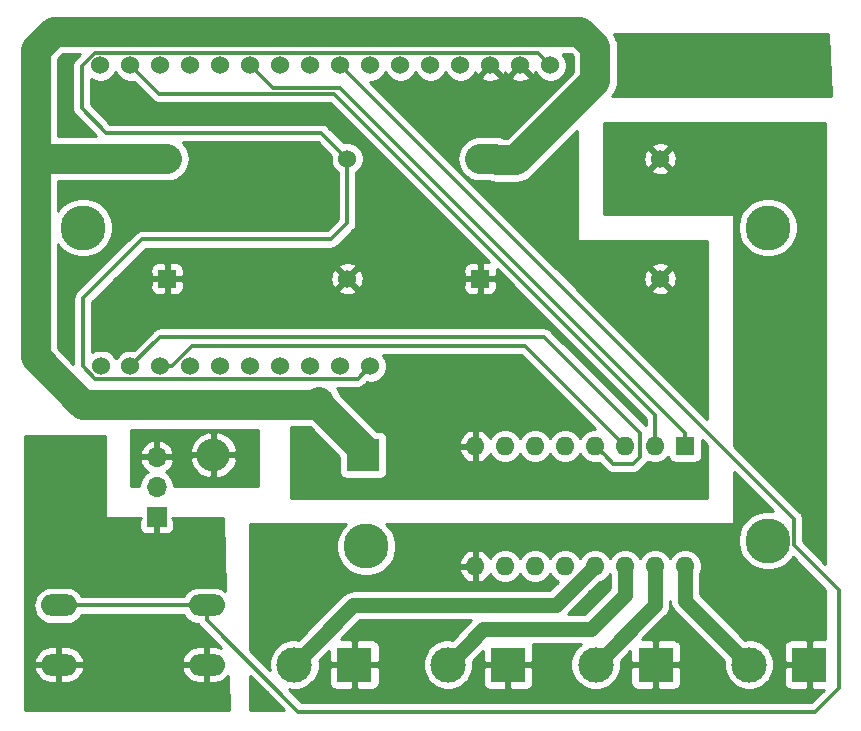
<source format=gbr>
%TF.GenerationSoftware,KiCad,Pcbnew,5.1.5+dfsg1-2build2*%
%TF.CreationDate,2020-08-25T19:56:10-04:00*%
%TF.ProjectId,esp-toy,6573702d-746f-4792-9e6b-696361645f70,rev?*%
%TF.SameCoordinates,Original*%
%TF.FileFunction,Copper,L1,Top*%
%TF.FilePolarity,Positive*%
%FSLAX46Y46*%
G04 Gerber Fmt 4.6, Leading zero omitted, Abs format (unit mm)*
G04 Created by KiCad (PCBNEW 5.1.5+dfsg1-2build2) date 2020-08-25 19:56:10*
%MOMM*%
%LPD*%
G04 APERTURE LIST*
%TA.AperFunction,ComponentPad*%
%ADD10C,1.524000*%
%TD*%
%TA.AperFunction,ComponentPad*%
%ADD11R,1.524000X1.524000*%
%TD*%
%TA.AperFunction,ComponentPad*%
%ADD12C,3.000000*%
%TD*%
%TA.AperFunction,ComponentPad*%
%ADD13R,3.000000X3.000000*%
%TD*%
%TA.AperFunction,ComponentPad*%
%ADD14C,3.800000*%
%TD*%
%TA.AperFunction,ComponentPad*%
%ADD15O,1.600000X1.600000*%
%TD*%
%TA.AperFunction,ComponentPad*%
%ADD16R,1.600000X1.600000*%
%TD*%
%TA.AperFunction,ComponentPad*%
%ADD17O,3.048000X1.850000*%
%TD*%
%TA.AperFunction,ComponentPad*%
%ADD18O,2.800000X2.800000*%
%TD*%
%TA.AperFunction,ComponentPad*%
%ADD19R,2.800000X2.800000*%
%TD*%
%TA.AperFunction,ComponentPad*%
%ADD20O,1.700000X1.700000*%
%TD*%
%TA.AperFunction,ComponentPad*%
%ADD21R,1.700000X1.700000*%
%TD*%
%TA.AperFunction,ViaPad*%
%ADD22C,0.685800*%
%TD*%
%TA.AperFunction,Conductor*%
%ADD23C,0.304800*%
%TD*%
%TA.AperFunction,Conductor*%
%ADD24C,1.270000*%
%TD*%
%TA.AperFunction,Conductor*%
%ADD25C,2.540000*%
%TD*%
%TA.AperFunction,Conductor*%
%ADD26C,0.254000*%
%TD*%
G04 APERTURE END LIST*
D10*
%TO.P,A2,4*%
%TO.N,GND*%
X169874000Y-90826000D03*
%TO.P,A2,3*%
%TO.N,VCC*%
X169874000Y-80666000D03*
%TO.P,A2,2*%
%TO.N,/DC_IN*%
X154634000Y-80666000D03*
D11*
%TO.P,A2,1*%
%TO.N,GND*%
X154634000Y-90826000D03*
%TD*%
D10*
%TO.P,A1,4*%
%TO.N,GND*%
X143374000Y-90826000D03*
%TO.P,A1,3*%
%TO.N,/5V_2*%
X143374000Y-80666000D03*
%TO.P,A1,2*%
%TO.N,/DC_IN*%
X128134000Y-80666000D03*
D11*
%TO.P,A1,1*%
%TO.N,GND*%
X128134000Y-90826000D03*
%TD*%
D12*
%TO.P,J5,2*%
%TO.N,Net-(J5-Pad2)*%
X138920000Y-123500000D03*
D13*
%TO.P,J5,1*%
%TO.N,VCC*%
X144000000Y-123500000D03*
%TD*%
D14*
%TO.P,H4,1*%
%TO.N,N/C*%
X179000000Y-113000000D03*
%TD*%
%TO.P,H3,1*%
%TO.N,N/C*%
X145000000Y-113500000D03*
%TD*%
%TO.P,H2,1*%
%TO.N,N/C*%
X121000000Y-86500000D03*
%TD*%
%TO.P,H1,1*%
%TO.N,N/C*%
X179000000Y-86500000D03*
%TD*%
D10*
%TO.P,A3,26*%
%TO.N,Net-(A3-Pad26)*%
X122500000Y-72770000D03*
%TO.P,A3,25*%
%TO.N,Net-(A3-Pad25)*%
X125040000Y-72770000D03*
%TO.P,A3,24*%
%TO.N,Net-(A3-Pad24)*%
X127580000Y-72770000D03*
%TO.P,A3,23*%
%TO.N,Net-(A3-Pad23)*%
X130120000Y-72770000D03*
%TO.P,A3,21*%
%TO.N,Net-(A3-Pad21)*%
X135200000Y-72770000D03*
%TO.P,A3,22*%
%TO.N,Net-(A3-Pad22)*%
X132660000Y-72770000D03*
%TO.P,A3,20*%
%TO.N,Net-(A3-Pad20)*%
X137740000Y-72770000D03*
%TO.P,A3,19*%
%TO.N,Net-(A3-Pad19)*%
X140280000Y-72770000D03*
%TO.P,A3,18*%
%TO.N,Net-(A3-Pad18)*%
X142820000Y-72770000D03*
%TO.P,A3,17*%
%TO.N,Net-(A3-Pad17)*%
X145360000Y-72770000D03*
%TO.P,A3,16*%
%TO.N,Net-(A3-Pad16)*%
X147900000Y-72770000D03*
%TO.P,A3,15*%
%TO.N,Net-(A3-Pad15)*%
X150440000Y-72770000D03*
%TO.P,A3,14*%
%TO.N,Net-(A3-Pad14)*%
X152980000Y-72770000D03*
%TO.P,A3,13*%
%TO.N,GND*%
X155520000Y-72770000D03*
%TO.P,A3,12*%
X158060000Y-72770000D03*
%TO.P,A3,11*%
%TO.N,/5V_2*%
X160600000Y-72770000D03*
%TO.P,A3,10*%
X145360000Y-98230000D03*
%TO.P,A3,9*%
%TO.N,Net-(A3-Pad9)*%
X142820000Y-98230000D03*
%TO.P,A3,8*%
%TO.N,Net-(A3-Pad8)*%
X140280000Y-98230000D03*
%TO.P,A3,7*%
%TO.N,Net-(A3-Pad7)*%
X137740000Y-98230000D03*
%TO.P,A3,6*%
%TO.N,Net-(A3-Pad6)*%
X135200000Y-98230000D03*
%TO.P,A3,5*%
%TO.N,Net-(A3-Pad5)*%
X132660000Y-98230000D03*
%TO.P,A3,4*%
%TO.N,Net-(A3-Pad4)*%
X130120000Y-98230000D03*
%TO.P,A3,3*%
%TO.N,Net-(A3-Pad3)*%
X127580000Y-98230000D03*
%TO.P,A3,2*%
%TO.N,Net-(A3-Pad2)*%
X125040000Y-98230000D03*
%TO.P,A3,1*%
%TO.N,Net-(A3-Pad1)*%
X122560000Y-98230000D03*
%TD*%
D15*
%TO.P,U1,16*%
%TO.N,Net-(J2-Pad2)*%
X172000000Y-115160000D03*
%TO.P,U1,8*%
%TO.N,GND*%
X154220000Y-105000000D03*
%TO.P,U1,15*%
%TO.N,Net-(J3-Pad2)*%
X169460000Y-115160000D03*
%TO.P,U1,7*%
%TO.N,Net-(U1-Pad7)*%
X156760000Y-105000000D03*
%TO.P,U1,14*%
%TO.N,Net-(J4-Pad2)*%
X166920000Y-115160000D03*
%TO.P,U1,6*%
%TO.N,Net-(U1-Pad6)*%
X159300000Y-105000000D03*
%TO.P,U1,13*%
%TO.N,Net-(J5-Pad2)*%
X164380000Y-115160000D03*
%TO.P,U1,5*%
%TO.N,Net-(U1-Pad5)*%
X161840000Y-105000000D03*
%TO.P,U1,12*%
%TO.N,Net-(U1-Pad12)*%
X161840000Y-115160000D03*
%TO.P,U1,4*%
%TO.N,Net-(A3-Pad2)*%
X164380000Y-105000000D03*
%TO.P,U1,11*%
%TO.N,Net-(U1-Pad11)*%
X159300000Y-115160000D03*
%TO.P,U1,3*%
%TO.N,Net-(A3-Pad3)*%
X166920000Y-105000000D03*
%TO.P,U1,10*%
%TO.N,Net-(U1-Pad10)*%
X156760000Y-115160000D03*
%TO.P,U1,2*%
%TO.N,Net-(A3-Pad25)*%
X169460000Y-105000000D03*
%TO.P,U1,9*%
%TO.N,VCC*%
X154220000Y-115160000D03*
D16*
%TO.P,U1,1*%
%TO.N,Net-(A3-Pad21)*%
X172000000Y-105000000D03*
%TD*%
D17*
%TO.P,SW1,2*%
%TO.N,GND*%
X118986000Y-123500000D03*
%TO.P,SW1,1*%
%TO.N,Net-(A3-Pad18)*%
X118986000Y-118500000D03*
%TO.P,SW1,2*%
%TO.N,GND*%
X131486000Y-123500000D03*
%TO.P,SW1,1*%
%TO.N,Net-(A3-Pad18)*%
X131486000Y-118500000D03*
%TD*%
D12*
%TO.P,J4,2*%
%TO.N,Net-(J4-Pad2)*%
X151920000Y-123500000D03*
D13*
%TO.P,J4,1*%
%TO.N,VCC*%
X157000000Y-123500000D03*
%TD*%
D12*
%TO.P,J3,2*%
%TO.N,Net-(J3-Pad2)*%
X164420000Y-123500000D03*
D13*
%TO.P,J3,1*%
%TO.N,VCC*%
X169500000Y-123500000D03*
%TD*%
D12*
%TO.P,J2,2*%
%TO.N,Net-(J2-Pad2)*%
X177420000Y-123500000D03*
D13*
%TO.P,J2,1*%
%TO.N,VCC*%
X182500000Y-123500000D03*
%TD*%
D18*
%TO.P,D1,2*%
%TO.N,/VRAW*%
X132050000Y-105750000D03*
D19*
%TO.P,D1,1*%
%TO.N,/DC_IN*%
X144750000Y-105750000D03*
%TD*%
D20*
%TO.P,J1,3*%
%TO.N,/VRAW*%
X127250000Y-105920000D03*
%TO.P,J1,2*%
%TO.N,Net-(J1-Pad2)*%
X127250000Y-108460000D03*
D21*
%TO.P,J1,1*%
%TO.N,GND*%
X127250000Y-111000000D03*
%TD*%
D22*
%TO.N,GND*%
X139500000Y-80500000D03*
X139500000Y-85500000D03*
X120000000Y-77500000D03*
X120000000Y-90000000D03*
X120000000Y-96500000D03*
X117000000Y-107000000D03*
X132000000Y-126500000D03*
X119000000Y-126500000D03*
X117000000Y-113500000D03*
X128000000Y-93500000D03*
X132000000Y-93500000D03*
X135500000Y-93500000D03*
X139500000Y-93500000D03*
X143000000Y-93500000D03*
X146000000Y-93500000D03*
X149500000Y-93500000D03*
X152500000Y-93500000D03*
X130500000Y-89500000D03*
X134000000Y-89500000D03*
X137500000Y-89500000D03*
X148000000Y-89500000D03*
X151000000Y-89500000D03*
X166500000Y-93000000D03*
X172000000Y-93000000D03*
X166500000Y-89000000D03*
X172000000Y-89000000D03*
X130000000Y-112000000D03*
X124500000Y-112500000D03*
X154000000Y-101500000D03*
X154000000Y-107500000D03*
X150000000Y-105000000D03*
X178400000Y-73400000D03*
%TO.N,VCC*%
X136500000Y-126000000D03*
X164000000Y-117500000D03*
%TD*%
D23*
%TO.N,Net-(A3-Pad25)*%
X169460000Y-103868630D02*
X169460000Y-105000000D01*
X169460000Y-102360000D02*
X169460000Y-103868630D01*
X142257211Y-75157211D02*
X169460000Y-102360000D01*
X127427211Y-75157211D02*
X142257211Y-75157211D01*
X125040000Y-72770000D02*
X127427211Y-75157211D01*
%TO.N,Net-(A3-Pad21)*%
X172000000Y-103900000D02*
X172000000Y-105000000D01*
X142800000Y-74700000D02*
X172000000Y-103900000D01*
X137130000Y-74700000D02*
X142800000Y-74700000D01*
X135200000Y-72770000D02*
X137130000Y-74700000D01*
%TO.N,Net-(A3-Pad18)*%
X131486000Y-118500000D02*
X118986000Y-118500000D01*
X143581999Y-73531999D02*
X142820000Y-72770000D01*
X181204801Y-111154801D02*
X143581999Y-73531999D01*
X181204801Y-113404801D02*
X181204801Y-111154801D01*
X183024321Y-127500000D02*
X185000000Y-125524321D01*
X185000000Y-125524321D02*
X185000000Y-117200000D01*
X185000000Y-117200000D02*
X181204801Y-113404801D01*
X139256200Y-127500000D02*
X183024321Y-127500000D01*
X131486000Y-119729800D02*
X139256200Y-127500000D01*
X131486000Y-118500000D02*
X131486000Y-119729800D01*
%TO.N,Net-(A3-Pad3)*%
X166120001Y-104200001D02*
X166920000Y-105000000D01*
X158420000Y-96500000D02*
X166120001Y-104200001D01*
X130271134Y-96500000D02*
X158420000Y-96500000D01*
X128541134Y-98230000D02*
X130271134Y-96500000D01*
X127580000Y-98230000D02*
X128541134Y-98230000D01*
%TO.N,Net-(A3-Pad2)*%
X165179999Y-105799999D02*
X164380000Y-105000000D01*
X167600000Y-106500000D02*
X165880000Y-106500000D01*
X165880000Y-106500000D02*
X165179999Y-105799999D01*
X168200000Y-103900000D02*
X168200000Y-105900000D01*
X160050000Y-95750000D02*
X168200000Y-103900000D01*
X168200000Y-105900000D02*
X167600000Y-106500000D01*
X127520000Y-95750000D02*
X160050000Y-95750000D01*
X125040000Y-98230000D02*
X127520000Y-95750000D01*
D24*
%TO.N,Net-(J2-Pad2)*%
X172000000Y-118080000D02*
X177420000Y-123500000D01*
X172000000Y-115160000D02*
X172000000Y-118080000D01*
%TO.N,Net-(J3-Pad2)*%
X169460000Y-118460000D02*
X164420000Y-123500000D01*
X169460000Y-115160000D02*
X169460000Y-118460000D01*
%TO.N,Net-(J4-Pad2)*%
X164000000Y-120500000D02*
X154920000Y-120500000D01*
X153419999Y-122000001D02*
X151920000Y-123500000D01*
X166920000Y-117580000D02*
X164000000Y-120500000D01*
X166920000Y-115160000D02*
X166920000Y-117580000D01*
X154920000Y-120500000D02*
X153419999Y-122000001D01*
%TO.N,Net-(J5-Pad2)*%
X143920000Y-118500000D02*
X140419999Y-122000001D01*
X161040000Y-118500000D02*
X143920000Y-118500000D01*
X140419999Y-122000001D02*
X138920000Y-123500000D01*
X164380000Y-115160000D02*
X161040000Y-118500000D01*
D23*
%TO.N,/5V_2*%
X143374000Y-86126000D02*
X143374000Y-80666000D01*
X142000000Y-87500000D02*
X143374000Y-86126000D01*
X121000000Y-92500000D02*
X126000000Y-87500000D01*
X121000000Y-98248866D02*
X121000000Y-92500000D01*
X122047935Y-99296801D02*
X121000000Y-98248866D01*
X126000000Y-87500000D02*
X142000000Y-87500000D01*
X144293199Y-99296801D02*
X122047935Y-99296801D01*
X145360000Y-98230000D02*
X144293199Y-99296801D01*
X141208000Y-78500000D02*
X143374000Y-80666000D01*
X123000000Y-78500000D02*
X141208000Y-78500000D01*
X120900000Y-76400000D02*
X123000000Y-78500000D01*
X120900000Y-72800000D02*
X120900000Y-76400000D01*
X121996801Y-71703199D02*
X120900000Y-72800000D01*
X159533199Y-71703199D02*
X121996801Y-71703199D01*
X160600000Y-72770000D02*
X159533199Y-71703199D01*
D25*
%TO.N,/DC_IN*%
X127834000Y-80666000D02*
X128134000Y-80666000D01*
X144750000Y-105250000D02*
X141000000Y-101500000D01*
X144750000Y-105750000D02*
X144750000Y-105250000D01*
X117166000Y-80666000D02*
X117000000Y-80500000D01*
X128134000Y-80666000D02*
X117166000Y-80666000D01*
X117000000Y-97500000D02*
X117000000Y-80500000D01*
X121000000Y-101500000D02*
X117000000Y-97500000D01*
X140750000Y-101500000D02*
X121000000Y-101500000D01*
X141000000Y-101250000D02*
X140750000Y-101500000D01*
X155711630Y-80666000D02*
X154634000Y-80666000D01*
X155936914Y-80666000D02*
X155711630Y-80666000D01*
X157700000Y-80800000D02*
X156070914Y-80800000D01*
X164400000Y-71200000D02*
X164400000Y-74100000D01*
X163125190Y-69925190D02*
X164400000Y-71200000D01*
X118550890Y-69925190D02*
X163125190Y-69925190D01*
X164400000Y-74100000D02*
X157700000Y-80800000D01*
X117000000Y-71476080D02*
X118550890Y-69925190D01*
X156070914Y-80800000D02*
X155936914Y-80666000D01*
X117000000Y-80500000D02*
X117000000Y-71476080D01*
%TD*%
D26*
%TO.N,/VRAW*%
G36*
X135873000Y-108373000D02*
G01*
X128735000Y-108373000D01*
X128735000Y-108313740D01*
X128677932Y-108026842D01*
X128565990Y-107756589D01*
X128403475Y-107513368D01*
X128196632Y-107306525D01*
X128014466Y-107184805D01*
X128131355Y-107115178D01*
X128347588Y-106920269D01*
X128521641Y-106686920D01*
X128646825Y-106424099D01*
X128691476Y-106276890D01*
X128647289Y-106193160D01*
X130063840Y-106193160D01*
X130152358Y-106484979D01*
X130332208Y-106841068D01*
X130578072Y-107155228D01*
X130880501Y-107415386D01*
X131227873Y-107611544D01*
X131606839Y-107736164D01*
X131923000Y-107622287D01*
X131923000Y-105877000D01*
X132177000Y-105877000D01*
X132177000Y-107622287D01*
X132493161Y-107736164D01*
X132872127Y-107611544D01*
X133219499Y-107415386D01*
X133521928Y-107155228D01*
X133767792Y-106841068D01*
X133947642Y-106484979D01*
X134036160Y-106193160D01*
X133921947Y-105877000D01*
X132177000Y-105877000D01*
X131923000Y-105877000D01*
X130178053Y-105877000D01*
X130063840Y-106193160D01*
X128647289Y-106193160D01*
X128570155Y-106047000D01*
X127377000Y-106047000D01*
X127377000Y-106067000D01*
X127123000Y-106067000D01*
X127123000Y-106047000D01*
X125929845Y-106047000D01*
X125808524Y-106276890D01*
X125853175Y-106424099D01*
X125978359Y-106686920D01*
X126152412Y-106920269D01*
X126368645Y-107115178D01*
X126485534Y-107184805D01*
X126303368Y-107306525D01*
X126096525Y-107513368D01*
X125934010Y-107756589D01*
X125822068Y-108026842D01*
X125765000Y-108313740D01*
X125765000Y-108373000D01*
X125127000Y-108373000D01*
X125127000Y-105563110D01*
X125808524Y-105563110D01*
X125929845Y-105793000D01*
X127123000Y-105793000D01*
X127123000Y-104599186D01*
X127377000Y-104599186D01*
X127377000Y-105793000D01*
X128570155Y-105793000D01*
X128691476Y-105563110D01*
X128646825Y-105415901D01*
X128594879Y-105306840D01*
X130063840Y-105306840D01*
X130178053Y-105623000D01*
X131923000Y-105623000D01*
X131923000Y-103877713D01*
X132177000Y-103877713D01*
X132177000Y-105623000D01*
X133921947Y-105623000D01*
X134036160Y-105306840D01*
X133947642Y-105015021D01*
X133767792Y-104658932D01*
X133521928Y-104344772D01*
X133219499Y-104084614D01*
X132872127Y-103888456D01*
X132493161Y-103763836D01*
X132177000Y-103877713D01*
X131923000Y-103877713D01*
X131606839Y-103763836D01*
X131227873Y-103888456D01*
X130880501Y-104084614D01*
X130578072Y-104344772D01*
X130332208Y-104658932D01*
X130152358Y-105015021D01*
X130063840Y-105306840D01*
X128594879Y-105306840D01*
X128521641Y-105153080D01*
X128347588Y-104919731D01*
X128131355Y-104724822D01*
X127881252Y-104575843D01*
X127606891Y-104478519D01*
X127377000Y-104599186D01*
X127123000Y-104599186D01*
X126893109Y-104478519D01*
X126618748Y-104575843D01*
X126368645Y-104724822D01*
X126152412Y-104919731D01*
X125978359Y-105153080D01*
X125853175Y-105415901D01*
X125808524Y-105563110D01*
X125127000Y-105563110D01*
X125127000Y-103627000D01*
X135873000Y-103627000D01*
X135873000Y-108373000D01*
G37*
X135873000Y-108373000D02*
X128735000Y-108373000D01*
X128735000Y-108313740D01*
X128677932Y-108026842D01*
X128565990Y-107756589D01*
X128403475Y-107513368D01*
X128196632Y-107306525D01*
X128014466Y-107184805D01*
X128131355Y-107115178D01*
X128347588Y-106920269D01*
X128521641Y-106686920D01*
X128646825Y-106424099D01*
X128691476Y-106276890D01*
X128647289Y-106193160D01*
X130063840Y-106193160D01*
X130152358Y-106484979D01*
X130332208Y-106841068D01*
X130578072Y-107155228D01*
X130880501Y-107415386D01*
X131227873Y-107611544D01*
X131606839Y-107736164D01*
X131923000Y-107622287D01*
X131923000Y-105877000D01*
X132177000Y-105877000D01*
X132177000Y-107622287D01*
X132493161Y-107736164D01*
X132872127Y-107611544D01*
X133219499Y-107415386D01*
X133521928Y-107155228D01*
X133767792Y-106841068D01*
X133947642Y-106484979D01*
X134036160Y-106193160D01*
X133921947Y-105877000D01*
X132177000Y-105877000D01*
X131923000Y-105877000D01*
X130178053Y-105877000D01*
X130063840Y-106193160D01*
X128647289Y-106193160D01*
X128570155Y-106047000D01*
X127377000Y-106047000D01*
X127377000Y-106067000D01*
X127123000Y-106067000D01*
X127123000Y-106047000D01*
X125929845Y-106047000D01*
X125808524Y-106276890D01*
X125853175Y-106424099D01*
X125978359Y-106686920D01*
X126152412Y-106920269D01*
X126368645Y-107115178D01*
X126485534Y-107184805D01*
X126303368Y-107306525D01*
X126096525Y-107513368D01*
X125934010Y-107756589D01*
X125822068Y-108026842D01*
X125765000Y-108313740D01*
X125765000Y-108373000D01*
X125127000Y-108373000D01*
X125127000Y-105563110D01*
X125808524Y-105563110D01*
X125929845Y-105793000D01*
X127123000Y-105793000D01*
X127123000Y-104599186D01*
X127377000Y-104599186D01*
X127377000Y-105793000D01*
X128570155Y-105793000D01*
X128691476Y-105563110D01*
X128646825Y-105415901D01*
X128594879Y-105306840D01*
X130063840Y-105306840D01*
X130178053Y-105623000D01*
X131923000Y-105623000D01*
X131923000Y-103877713D01*
X132177000Y-103877713D01*
X132177000Y-105623000D01*
X133921947Y-105623000D01*
X134036160Y-105306840D01*
X133947642Y-105015021D01*
X133767792Y-104658932D01*
X133521928Y-104344772D01*
X133219499Y-104084614D01*
X132872127Y-103888456D01*
X132493161Y-103763836D01*
X132177000Y-103877713D01*
X131923000Y-103877713D01*
X131606839Y-103763836D01*
X131227873Y-103888456D01*
X130880501Y-104084614D01*
X130578072Y-104344772D01*
X130332208Y-104658932D01*
X130152358Y-105015021D01*
X130063840Y-105306840D01*
X128594879Y-105306840D01*
X128521641Y-105153080D01*
X128347588Y-104919731D01*
X128131355Y-104724822D01*
X127881252Y-104575843D01*
X127606891Y-104478519D01*
X127377000Y-104599186D01*
X127123000Y-104599186D01*
X126893109Y-104478519D01*
X126618748Y-104575843D01*
X126368645Y-104724822D01*
X126152412Y-104919731D01*
X125978359Y-105153080D01*
X125853175Y-105415901D01*
X125808524Y-105563110D01*
X125127000Y-105563110D01*
X125127000Y-103627000D01*
X135873000Y-103627000D01*
X135873000Y-108373000D01*
%TO.N,VCC*%
G36*
X138015648Y-127373000D02*
G01*
X135127000Y-127373000D01*
X135127000Y-124484351D01*
X138015648Y-127373000D01*
G37*
X138015648Y-127373000D02*
X135127000Y-127373000D01*
X135127000Y-124484351D01*
X138015648Y-127373000D01*
G36*
X179439134Y-110502685D02*
G01*
X179249676Y-110465000D01*
X178750324Y-110465000D01*
X178260568Y-110562418D01*
X177799227Y-110753512D01*
X177384032Y-111030937D01*
X177030937Y-111384032D01*
X176753512Y-111799227D01*
X176562418Y-112260568D01*
X176465000Y-112750324D01*
X176465000Y-113249676D01*
X176562418Y-113739432D01*
X176753512Y-114200773D01*
X177030937Y-114615968D01*
X177384032Y-114969063D01*
X177799227Y-115246488D01*
X178260568Y-115437582D01*
X178750324Y-115535000D01*
X179249676Y-115535000D01*
X179739432Y-115437582D01*
X180200773Y-115246488D01*
X180615968Y-114969063D01*
X180969063Y-114615968D01*
X181102586Y-114416137D01*
X183873000Y-117186551D01*
X183873000Y-121362249D01*
X182785750Y-121365000D01*
X182627000Y-121523750D01*
X182627000Y-123373000D01*
X182647000Y-123373000D01*
X182647000Y-123627000D01*
X182627000Y-123627000D01*
X182627000Y-125476250D01*
X182785750Y-125635000D01*
X183773272Y-125637498D01*
X182698171Y-126712600D01*
X139582352Y-126712600D01*
X138453857Y-125584105D01*
X138709721Y-125635000D01*
X139130279Y-125635000D01*
X139542756Y-125552953D01*
X139931302Y-125392012D01*
X140280983Y-125158363D01*
X140439346Y-125000000D01*
X141861928Y-125000000D01*
X141874188Y-125124482D01*
X141910498Y-125244180D01*
X141969463Y-125354494D01*
X142048815Y-125451185D01*
X142145506Y-125530537D01*
X142255820Y-125589502D01*
X142375518Y-125625812D01*
X142500000Y-125638072D01*
X143714250Y-125635000D01*
X143873000Y-125476250D01*
X143873000Y-123627000D01*
X144127000Y-123627000D01*
X144127000Y-125476250D01*
X144285750Y-125635000D01*
X145500000Y-125638072D01*
X145624482Y-125625812D01*
X145744180Y-125589502D01*
X145854494Y-125530537D01*
X145951185Y-125451185D01*
X146030537Y-125354494D01*
X146089502Y-125244180D01*
X146125812Y-125124482D01*
X146138072Y-125000000D01*
X146135000Y-123785750D01*
X145976250Y-123627000D01*
X144127000Y-123627000D01*
X143873000Y-123627000D01*
X142023750Y-123627000D01*
X141865000Y-123785750D01*
X141861928Y-125000000D01*
X140439346Y-125000000D01*
X140578363Y-124860983D01*
X140812012Y-124511302D01*
X140972953Y-124122756D01*
X141055000Y-123710279D01*
X141055000Y-123289721D01*
X141033652Y-123182399D01*
X141362133Y-122853918D01*
X141362137Y-122853913D01*
X141862822Y-122353229D01*
X141865000Y-123214250D01*
X142023750Y-123373000D01*
X143873000Y-123373000D01*
X143873000Y-121523750D01*
X144127000Y-121523750D01*
X144127000Y-123373000D01*
X145976250Y-123373000D01*
X146135000Y-123214250D01*
X146138072Y-122000000D01*
X146125812Y-121875518D01*
X146089502Y-121755820D01*
X146030537Y-121645506D01*
X145951185Y-121548815D01*
X145854494Y-121469463D01*
X145744180Y-121410498D01*
X145624482Y-121374188D01*
X145500000Y-121361928D01*
X144285750Y-121365000D01*
X144127000Y-121523750D01*
X143873000Y-121523750D01*
X143714250Y-121365000D01*
X142853229Y-121362822D01*
X144446052Y-119770000D01*
X153853948Y-119770000D01*
X152566087Y-121057863D01*
X152566082Y-121057867D01*
X152237601Y-121386348D01*
X152130279Y-121365000D01*
X151709721Y-121365000D01*
X151297244Y-121447047D01*
X150908698Y-121607988D01*
X150559017Y-121841637D01*
X150261637Y-122139017D01*
X150027988Y-122488698D01*
X149867047Y-122877244D01*
X149785000Y-123289721D01*
X149785000Y-123710279D01*
X149867047Y-124122756D01*
X150027988Y-124511302D01*
X150261637Y-124860983D01*
X150559017Y-125158363D01*
X150908698Y-125392012D01*
X151297244Y-125552953D01*
X151709721Y-125635000D01*
X152130279Y-125635000D01*
X152542756Y-125552953D01*
X152931302Y-125392012D01*
X153280983Y-125158363D01*
X153439346Y-125000000D01*
X154861928Y-125000000D01*
X154874188Y-125124482D01*
X154910498Y-125244180D01*
X154969463Y-125354494D01*
X155048815Y-125451185D01*
X155145506Y-125530537D01*
X155255820Y-125589502D01*
X155375518Y-125625812D01*
X155500000Y-125638072D01*
X156714250Y-125635000D01*
X156873000Y-125476250D01*
X156873000Y-123627000D01*
X157127000Y-123627000D01*
X157127000Y-125476250D01*
X157285750Y-125635000D01*
X158500000Y-125638072D01*
X158624482Y-125625812D01*
X158744180Y-125589502D01*
X158854494Y-125530537D01*
X158951185Y-125451185D01*
X159030537Y-125354494D01*
X159089502Y-125244180D01*
X159125812Y-125124482D01*
X159138072Y-125000000D01*
X159135000Y-123785750D01*
X158976250Y-123627000D01*
X157127000Y-123627000D01*
X156873000Y-123627000D01*
X155023750Y-123627000D01*
X154865000Y-123785750D01*
X154861928Y-125000000D01*
X153439346Y-125000000D01*
X153578363Y-124860983D01*
X153812012Y-124511302D01*
X153972953Y-124122756D01*
X154055000Y-123710279D01*
X154055000Y-123289721D01*
X154033652Y-123182399D01*
X154362133Y-122853918D01*
X154362137Y-122853913D01*
X154862822Y-122353229D01*
X154865000Y-123214250D01*
X155023750Y-123373000D01*
X156873000Y-123373000D01*
X156873000Y-123353000D01*
X157127000Y-123353000D01*
X157127000Y-123373000D01*
X158976250Y-123373000D01*
X159135000Y-123214250D01*
X159138072Y-122000000D01*
X159125812Y-121875518D01*
X159093803Y-121770000D01*
X163166230Y-121770000D01*
X163059017Y-121841637D01*
X162761637Y-122139017D01*
X162527988Y-122488698D01*
X162367047Y-122877244D01*
X162285000Y-123289721D01*
X162285000Y-123710279D01*
X162367047Y-124122756D01*
X162527988Y-124511302D01*
X162761637Y-124860983D01*
X163059017Y-125158363D01*
X163408698Y-125392012D01*
X163797244Y-125552953D01*
X164209721Y-125635000D01*
X164630279Y-125635000D01*
X165042756Y-125552953D01*
X165431302Y-125392012D01*
X165780983Y-125158363D01*
X165939346Y-125000000D01*
X167361928Y-125000000D01*
X167374188Y-125124482D01*
X167410498Y-125244180D01*
X167469463Y-125354494D01*
X167548815Y-125451185D01*
X167645506Y-125530537D01*
X167755820Y-125589502D01*
X167875518Y-125625812D01*
X168000000Y-125638072D01*
X169214250Y-125635000D01*
X169373000Y-125476250D01*
X169373000Y-123627000D01*
X169627000Y-123627000D01*
X169627000Y-125476250D01*
X169785750Y-125635000D01*
X171000000Y-125638072D01*
X171124482Y-125625812D01*
X171244180Y-125589502D01*
X171354494Y-125530537D01*
X171451185Y-125451185D01*
X171530537Y-125354494D01*
X171589502Y-125244180D01*
X171625812Y-125124482D01*
X171638072Y-125000000D01*
X171635000Y-123785750D01*
X171476250Y-123627000D01*
X169627000Y-123627000D01*
X169373000Y-123627000D01*
X167523750Y-123627000D01*
X167365000Y-123785750D01*
X167361928Y-125000000D01*
X165939346Y-125000000D01*
X166078363Y-124860983D01*
X166312012Y-124511302D01*
X166472953Y-124122756D01*
X166555000Y-123710279D01*
X166555000Y-123289721D01*
X166533652Y-123182398D01*
X167362822Y-122353229D01*
X167365000Y-123214250D01*
X167523750Y-123373000D01*
X169373000Y-123373000D01*
X169373000Y-121523750D01*
X169627000Y-121523750D01*
X169627000Y-123373000D01*
X171476250Y-123373000D01*
X171635000Y-123214250D01*
X171638072Y-122000000D01*
X171625812Y-121875518D01*
X171589502Y-121755820D01*
X171530537Y-121645506D01*
X171451185Y-121548815D01*
X171354494Y-121469463D01*
X171244180Y-121410498D01*
X171124482Y-121374188D01*
X171000000Y-121361928D01*
X169785750Y-121365000D01*
X169627000Y-121523750D01*
X169373000Y-121523750D01*
X169214250Y-121365000D01*
X168353229Y-121362822D01*
X170313914Y-119402137D01*
X170362370Y-119362370D01*
X170521075Y-119168988D01*
X170639003Y-118948359D01*
X170711623Y-118708963D01*
X170730000Y-118522380D01*
X170730000Y-118522374D01*
X170736143Y-118460001D01*
X170730000Y-118397628D01*
X170730000Y-118142373D01*
X170748377Y-118328963D01*
X170807050Y-118522380D01*
X170820998Y-118568359D01*
X170938926Y-118788988D01*
X171097631Y-118982370D01*
X171146087Y-119022137D01*
X175306348Y-123182399D01*
X175285000Y-123289721D01*
X175285000Y-123710279D01*
X175367047Y-124122756D01*
X175527988Y-124511302D01*
X175761637Y-124860983D01*
X176059017Y-125158363D01*
X176408698Y-125392012D01*
X176797244Y-125552953D01*
X177209721Y-125635000D01*
X177630279Y-125635000D01*
X178042756Y-125552953D01*
X178431302Y-125392012D01*
X178780983Y-125158363D01*
X178939346Y-125000000D01*
X180361928Y-125000000D01*
X180374188Y-125124482D01*
X180410498Y-125244180D01*
X180469463Y-125354494D01*
X180548815Y-125451185D01*
X180645506Y-125530537D01*
X180755820Y-125589502D01*
X180875518Y-125625812D01*
X181000000Y-125638072D01*
X182214250Y-125635000D01*
X182373000Y-125476250D01*
X182373000Y-123627000D01*
X180523750Y-123627000D01*
X180365000Y-123785750D01*
X180361928Y-125000000D01*
X178939346Y-125000000D01*
X179078363Y-124860983D01*
X179312012Y-124511302D01*
X179472953Y-124122756D01*
X179555000Y-123710279D01*
X179555000Y-123289721D01*
X179472953Y-122877244D01*
X179312012Y-122488698D01*
X179078363Y-122139017D01*
X178939346Y-122000000D01*
X180361928Y-122000000D01*
X180365000Y-123214250D01*
X180523750Y-123373000D01*
X182373000Y-123373000D01*
X182373000Y-121523750D01*
X182214250Y-121365000D01*
X181000000Y-121361928D01*
X180875518Y-121374188D01*
X180755820Y-121410498D01*
X180645506Y-121469463D01*
X180548815Y-121548815D01*
X180469463Y-121645506D01*
X180410498Y-121755820D01*
X180374188Y-121875518D01*
X180361928Y-122000000D01*
X178939346Y-122000000D01*
X178780983Y-121841637D01*
X178431302Y-121607988D01*
X178042756Y-121447047D01*
X177630279Y-121365000D01*
X177209721Y-121365000D01*
X177102399Y-121386348D01*
X173270000Y-117553950D01*
X173270000Y-115842241D01*
X173271680Y-115839727D01*
X173379853Y-115578574D01*
X173435000Y-115301335D01*
X173435000Y-115018665D01*
X173379853Y-114741426D01*
X173271680Y-114480273D01*
X173114637Y-114245241D01*
X172914759Y-114045363D01*
X172679727Y-113888320D01*
X172418574Y-113780147D01*
X172141335Y-113725000D01*
X171858665Y-113725000D01*
X171581426Y-113780147D01*
X171320273Y-113888320D01*
X171085241Y-114045363D01*
X170885363Y-114245241D01*
X170730000Y-114477759D01*
X170574637Y-114245241D01*
X170374759Y-114045363D01*
X170139727Y-113888320D01*
X169878574Y-113780147D01*
X169601335Y-113725000D01*
X169318665Y-113725000D01*
X169041426Y-113780147D01*
X168780273Y-113888320D01*
X168545241Y-114045363D01*
X168345363Y-114245241D01*
X168190000Y-114477759D01*
X168034637Y-114245241D01*
X167834759Y-114045363D01*
X167599727Y-113888320D01*
X167338574Y-113780147D01*
X167061335Y-113725000D01*
X166778665Y-113725000D01*
X166501426Y-113780147D01*
X166240273Y-113888320D01*
X166005241Y-114045363D01*
X165805363Y-114245241D01*
X165650000Y-114477759D01*
X165494637Y-114245241D01*
X165294759Y-114045363D01*
X165059727Y-113888320D01*
X164798574Y-113780147D01*
X164521335Y-113725000D01*
X164238665Y-113725000D01*
X163961426Y-113780147D01*
X163700273Y-113888320D01*
X163465241Y-114045363D01*
X163265363Y-114245241D01*
X163110000Y-114477759D01*
X162954637Y-114245241D01*
X162754759Y-114045363D01*
X162519727Y-113888320D01*
X162258574Y-113780147D01*
X161981335Y-113725000D01*
X161698665Y-113725000D01*
X161421426Y-113780147D01*
X161160273Y-113888320D01*
X160925241Y-114045363D01*
X160725363Y-114245241D01*
X160570000Y-114477759D01*
X160414637Y-114245241D01*
X160214759Y-114045363D01*
X159979727Y-113888320D01*
X159718574Y-113780147D01*
X159441335Y-113725000D01*
X159158665Y-113725000D01*
X158881426Y-113780147D01*
X158620273Y-113888320D01*
X158385241Y-114045363D01*
X158185363Y-114245241D01*
X158030000Y-114477759D01*
X157874637Y-114245241D01*
X157674759Y-114045363D01*
X157439727Y-113888320D01*
X157178574Y-113780147D01*
X156901335Y-113725000D01*
X156618665Y-113725000D01*
X156341426Y-113780147D01*
X156080273Y-113888320D01*
X155845241Y-114045363D01*
X155645363Y-114245241D01*
X155488320Y-114480273D01*
X155483933Y-114490865D01*
X155372385Y-114304869D01*
X155183414Y-114096481D01*
X154957420Y-113928963D01*
X154703087Y-113808754D01*
X154569039Y-113768096D01*
X154347000Y-113890085D01*
X154347000Y-115033000D01*
X154367000Y-115033000D01*
X154367000Y-115287000D01*
X154347000Y-115287000D01*
X154347000Y-116429915D01*
X154569039Y-116551904D01*
X154703087Y-116511246D01*
X154957420Y-116391037D01*
X155183414Y-116223519D01*
X155372385Y-116015131D01*
X155483933Y-115829135D01*
X155488320Y-115839727D01*
X155645363Y-116074759D01*
X155845241Y-116274637D01*
X156080273Y-116431680D01*
X156341426Y-116539853D01*
X156618665Y-116595000D01*
X156901335Y-116595000D01*
X157178574Y-116539853D01*
X157439727Y-116431680D01*
X157674759Y-116274637D01*
X157874637Y-116074759D01*
X158030000Y-115842241D01*
X158185363Y-116074759D01*
X158385241Y-116274637D01*
X158620273Y-116431680D01*
X158881426Y-116539853D01*
X159158665Y-116595000D01*
X159441335Y-116595000D01*
X159718574Y-116539853D01*
X159979727Y-116431680D01*
X160214759Y-116274637D01*
X160414637Y-116074759D01*
X160570000Y-115842241D01*
X160725363Y-116074759D01*
X160925241Y-116274637D01*
X161160273Y-116431680D01*
X161267751Y-116476199D01*
X160513950Y-117230000D01*
X143982373Y-117230000D01*
X143920000Y-117223857D01*
X143857627Y-117230000D01*
X143857620Y-117230000D01*
X143694347Y-117246081D01*
X143671036Y-117248377D01*
X143431641Y-117320997D01*
X143211012Y-117438925D01*
X143133202Y-117502782D01*
X143066083Y-117557865D01*
X143066080Y-117557868D01*
X143017630Y-117597630D01*
X142977868Y-117646080D01*
X139566087Y-121057863D01*
X139566082Y-121057867D01*
X139237601Y-121386348D01*
X139130279Y-121365000D01*
X138709721Y-121365000D01*
X138297244Y-121447047D01*
X137908698Y-121607988D01*
X137559017Y-121841637D01*
X137261637Y-122139017D01*
X137027988Y-122488698D01*
X136867047Y-122877244D01*
X136785000Y-123289721D01*
X136785000Y-123710279D01*
X136835895Y-123966144D01*
X135127000Y-122257249D01*
X135127000Y-111627000D01*
X143287969Y-111627000D01*
X143030937Y-111884032D01*
X142753512Y-112299227D01*
X142562418Y-112760568D01*
X142465000Y-113250324D01*
X142465000Y-113749676D01*
X142562418Y-114239432D01*
X142753512Y-114700773D01*
X143030937Y-115115968D01*
X143384032Y-115469063D01*
X143799227Y-115746488D01*
X144260568Y-115937582D01*
X144750324Y-116035000D01*
X145249676Y-116035000D01*
X145739432Y-115937582D01*
X146200773Y-115746488D01*
X146556138Y-115509040D01*
X152828091Y-115509040D01*
X152922930Y-115773881D01*
X153067615Y-116015131D01*
X153256586Y-116223519D01*
X153482580Y-116391037D01*
X153736913Y-116511246D01*
X153870961Y-116551904D01*
X154093000Y-116429915D01*
X154093000Y-115287000D01*
X152949376Y-115287000D01*
X152828091Y-115509040D01*
X146556138Y-115509040D01*
X146615968Y-115469063D01*
X146969063Y-115115968D01*
X147172863Y-114810960D01*
X152828091Y-114810960D01*
X152949376Y-115033000D01*
X154093000Y-115033000D01*
X154093000Y-113890085D01*
X153870961Y-113768096D01*
X153736913Y-113808754D01*
X153482580Y-113928963D01*
X153256586Y-114096481D01*
X153067615Y-114304869D01*
X152922930Y-114546119D01*
X152828091Y-114810960D01*
X147172863Y-114810960D01*
X147246488Y-114700773D01*
X147437582Y-114239432D01*
X147535000Y-113749676D01*
X147535000Y-113250324D01*
X147437582Y-112760568D01*
X147246488Y-112299227D01*
X146969063Y-111884032D01*
X146712031Y-111627000D01*
X176000000Y-111627000D01*
X176024776Y-111624560D01*
X176048601Y-111617333D01*
X176070557Y-111605597D01*
X176089803Y-111589803D01*
X176105597Y-111570557D01*
X176117333Y-111548601D01*
X176124560Y-111524776D01*
X176127000Y-111500000D01*
X176127000Y-107190551D01*
X179439134Y-110502685D01*
G37*
X179439134Y-110502685D02*
X179249676Y-110465000D01*
X178750324Y-110465000D01*
X178260568Y-110562418D01*
X177799227Y-110753512D01*
X177384032Y-111030937D01*
X177030937Y-111384032D01*
X176753512Y-111799227D01*
X176562418Y-112260568D01*
X176465000Y-112750324D01*
X176465000Y-113249676D01*
X176562418Y-113739432D01*
X176753512Y-114200773D01*
X177030937Y-114615968D01*
X177384032Y-114969063D01*
X177799227Y-115246488D01*
X178260568Y-115437582D01*
X178750324Y-115535000D01*
X179249676Y-115535000D01*
X179739432Y-115437582D01*
X180200773Y-115246488D01*
X180615968Y-114969063D01*
X180969063Y-114615968D01*
X181102586Y-114416137D01*
X183873000Y-117186551D01*
X183873000Y-121362249D01*
X182785750Y-121365000D01*
X182627000Y-121523750D01*
X182627000Y-123373000D01*
X182647000Y-123373000D01*
X182647000Y-123627000D01*
X182627000Y-123627000D01*
X182627000Y-125476250D01*
X182785750Y-125635000D01*
X183773272Y-125637498D01*
X182698171Y-126712600D01*
X139582352Y-126712600D01*
X138453857Y-125584105D01*
X138709721Y-125635000D01*
X139130279Y-125635000D01*
X139542756Y-125552953D01*
X139931302Y-125392012D01*
X140280983Y-125158363D01*
X140439346Y-125000000D01*
X141861928Y-125000000D01*
X141874188Y-125124482D01*
X141910498Y-125244180D01*
X141969463Y-125354494D01*
X142048815Y-125451185D01*
X142145506Y-125530537D01*
X142255820Y-125589502D01*
X142375518Y-125625812D01*
X142500000Y-125638072D01*
X143714250Y-125635000D01*
X143873000Y-125476250D01*
X143873000Y-123627000D01*
X144127000Y-123627000D01*
X144127000Y-125476250D01*
X144285750Y-125635000D01*
X145500000Y-125638072D01*
X145624482Y-125625812D01*
X145744180Y-125589502D01*
X145854494Y-125530537D01*
X145951185Y-125451185D01*
X146030537Y-125354494D01*
X146089502Y-125244180D01*
X146125812Y-125124482D01*
X146138072Y-125000000D01*
X146135000Y-123785750D01*
X145976250Y-123627000D01*
X144127000Y-123627000D01*
X143873000Y-123627000D01*
X142023750Y-123627000D01*
X141865000Y-123785750D01*
X141861928Y-125000000D01*
X140439346Y-125000000D01*
X140578363Y-124860983D01*
X140812012Y-124511302D01*
X140972953Y-124122756D01*
X141055000Y-123710279D01*
X141055000Y-123289721D01*
X141033652Y-123182399D01*
X141362133Y-122853918D01*
X141362137Y-122853913D01*
X141862822Y-122353229D01*
X141865000Y-123214250D01*
X142023750Y-123373000D01*
X143873000Y-123373000D01*
X143873000Y-121523750D01*
X144127000Y-121523750D01*
X144127000Y-123373000D01*
X145976250Y-123373000D01*
X146135000Y-123214250D01*
X146138072Y-122000000D01*
X146125812Y-121875518D01*
X146089502Y-121755820D01*
X146030537Y-121645506D01*
X145951185Y-121548815D01*
X145854494Y-121469463D01*
X145744180Y-121410498D01*
X145624482Y-121374188D01*
X145500000Y-121361928D01*
X144285750Y-121365000D01*
X144127000Y-121523750D01*
X143873000Y-121523750D01*
X143714250Y-121365000D01*
X142853229Y-121362822D01*
X144446052Y-119770000D01*
X153853948Y-119770000D01*
X152566087Y-121057863D01*
X152566082Y-121057867D01*
X152237601Y-121386348D01*
X152130279Y-121365000D01*
X151709721Y-121365000D01*
X151297244Y-121447047D01*
X150908698Y-121607988D01*
X150559017Y-121841637D01*
X150261637Y-122139017D01*
X150027988Y-122488698D01*
X149867047Y-122877244D01*
X149785000Y-123289721D01*
X149785000Y-123710279D01*
X149867047Y-124122756D01*
X150027988Y-124511302D01*
X150261637Y-124860983D01*
X150559017Y-125158363D01*
X150908698Y-125392012D01*
X151297244Y-125552953D01*
X151709721Y-125635000D01*
X152130279Y-125635000D01*
X152542756Y-125552953D01*
X152931302Y-125392012D01*
X153280983Y-125158363D01*
X153439346Y-125000000D01*
X154861928Y-125000000D01*
X154874188Y-125124482D01*
X154910498Y-125244180D01*
X154969463Y-125354494D01*
X155048815Y-125451185D01*
X155145506Y-125530537D01*
X155255820Y-125589502D01*
X155375518Y-125625812D01*
X155500000Y-125638072D01*
X156714250Y-125635000D01*
X156873000Y-125476250D01*
X156873000Y-123627000D01*
X157127000Y-123627000D01*
X157127000Y-125476250D01*
X157285750Y-125635000D01*
X158500000Y-125638072D01*
X158624482Y-125625812D01*
X158744180Y-125589502D01*
X158854494Y-125530537D01*
X158951185Y-125451185D01*
X159030537Y-125354494D01*
X159089502Y-125244180D01*
X159125812Y-125124482D01*
X159138072Y-125000000D01*
X159135000Y-123785750D01*
X158976250Y-123627000D01*
X157127000Y-123627000D01*
X156873000Y-123627000D01*
X155023750Y-123627000D01*
X154865000Y-123785750D01*
X154861928Y-125000000D01*
X153439346Y-125000000D01*
X153578363Y-124860983D01*
X153812012Y-124511302D01*
X153972953Y-124122756D01*
X154055000Y-123710279D01*
X154055000Y-123289721D01*
X154033652Y-123182399D01*
X154362133Y-122853918D01*
X154362137Y-122853913D01*
X154862822Y-122353229D01*
X154865000Y-123214250D01*
X155023750Y-123373000D01*
X156873000Y-123373000D01*
X156873000Y-123353000D01*
X157127000Y-123353000D01*
X157127000Y-123373000D01*
X158976250Y-123373000D01*
X159135000Y-123214250D01*
X159138072Y-122000000D01*
X159125812Y-121875518D01*
X159093803Y-121770000D01*
X163166230Y-121770000D01*
X163059017Y-121841637D01*
X162761637Y-122139017D01*
X162527988Y-122488698D01*
X162367047Y-122877244D01*
X162285000Y-123289721D01*
X162285000Y-123710279D01*
X162367047Y-124122756D01*
X162527988Y-124511302D01*
X162761637Y-124860983D01*
X163059017Y-125158363D01*
X163408698Y-125392012D01*
X163797244Y-125552953D01*
X164209721Y-125635000D01*
X164630279Y-125635000D01*
X165042756Y-125552953D01*
X165431302Y-125392012D01*
X165780983Y-125158363D01*
X165939346Y-125000000D01*
X167361928Y-125000000D01*
X167374188Y-125124482D01*
X167410498Y-125244180D01*
X167469463Y-125354494D01*
X167548815Y-125451185D01*
X167645506Y-125530537D01*
X167755820Y-125589502D01*
X167875518Y-125625812D01*
X168000000Y-125638072D01*
X169214250Y-125635000D01*
X169373000Y-125476250D01*
X169373000Y-123627000D01*
X169627000Y-123627000D01*
X169627000Y-125476250D01*
X169785750Y-125635000D01*
X171000000Y-125638072D01*
X171124482Y-125625812D01*
X171244180Y-125589502D01*
X171354494Y-125530537D01*
X171451185Y-125451185D01*
X171530537Y-125354494D01*
X171589502Y-125244180D01*
X171625812Y-125124482D01*
X171638072Y-125000000D01*
X171635000Y-123785750D01*
X171476250Y-123627000D01*
X169627000Y-123627000D01*
X169373000Y-123627000D01*
X167523750Y-123627000D01*
X167365000Y-123785750D01*
X167361928Y-125000000D01*
X165939346Y-125000000D01*
X166078363Y-124860983D01*
X166312012Y-124511302D01*
X166472953Y-124122756D01*
X166555000Y-123710279D01*
X166555000Y-123289721D01*
X166533652Y-123182398D01*
X167362822Y-122353229D01*
X167365000Y-123214250D01*
X167523750Y-123373000D01*
X169373000Y-123373000D01*
X169373000Y-121523750D01*
X169627000Y-121523750D01*
X169627000Y-123373000D01*
X171476250Y-123373000D01*
X171635000Y-123214250D01*
X171638072Y-122000000D01*
X171625812Y-121875518D01*
X171589502Y-121755820D01*
X171530537Y-121645506D01*
X171451185Y-121548815D01*
X171354494Y-121469463D01*
X171244180Y-121410498D01*
X171124482Y-121374188D01*
X171000000Y-121361928D01*
X169785750Y-121365000D01*
X169627000Y-121523750D01*
X169373000Y-121523750D01*
X169214250Y-121365000D01*
X168353229Y-121362822D01*
X170313914Y-119402137D01*
X170362370Y-119362370D01*
X170521075Y-119168988D01*
X170639003Y-118948359D01*
X170711623Y-118708963D01*
X170730000Y-118522380D01*
X170730000Y-118522374D01*
X170736143Y-118460001D01*
X170730000Y-118397628D01*
X170730000Y-118142373D01*
X170748377Y-118328963D01*
X170807050Y-118522380D01*
X170820998Y-118568359D01*
X170938926Y-118788988D01*
X171097631Y-118982370D01*
X171146087Y-119022137D01*
X175306348Y-123182399D01*
X175285000Y-123289721D01*
X175285000Y-123710279D01*
X175367047Y-124122756D01*
X175527988Y-124511302D01*
X175761637Y-124860983D01*
X176059017Y-125158363D01*
X176408698Y-125392012D01*
X176797244Y-125552953D01*
X177209721Y-125635000D01*
X177630279Y-125635000D01*
X178042756Y-125552953D01*
X178431302Y-125392012D01*
X178780983Y-125158363D01*
X178939346Y-125000000D01*
X180361928Y-125000000D01*
X180374188Y-125124482D01*
X180410498Y-125244180D01*
X180469463Y-125354494D01*
X180548815Y-125451185D01*
X180645506Y-125530537D01*
X180755820Y-125589502D01*
X180875518Y-125625812D01*
X181000000Y-125638072D01*
X182214250Y-125635000D01*
X182373000Y-125476250D01*
X182373000Y-123627000D01*
X180523750Y-123627000D01*
X180365000Y-123785750D01*
X180361928Y-125000000D01*
X178939346Y-125000000D01*
X179078363Y-124860983D01*
X179312012Y-124511302D01*
X179472953Y-124122756D01*
X179555000Y-123710279D01*
X179555000Y-123289721D01*
X179472953Y-122877244D01*
X179312012Y-122488698D01*
X179078363Y-122139017D01*
X178939346Y-122000000D01*
X180361928Y-122000000D01*
X180365000Y-123214250D01*
X180523750Y-123373000D01*
X182373000Y-123373000D01*
X182373000Y-121523750D01*
X182214250Y-121365000D01*
X181000000Y-121361928D01*
X180875518Y-121374188D01*
X180755820Y-121410498D01*
X180645506Y-121469463D01*
X180548815Y-121548815D01*
X180469463Y-121645506D01*
X180410498Y-121755820D01*
X180374188Y-121875518D01*
X180361928Y-122000000D01*
X178939346Y-122000000D01*
X178780983Y-121841637D01*
X178431302Y-121607988D01*
X178042756Y-121447047D01*
X177630279Y-121365000D01*
X177209721Y-121365000D01*
X177102399Y-121386348D01*
X173270000Y-117553950D01*
X173270000Y-115842241D01*
X173271680Y-115839727D01*
X173379853Y-115578574D01*
X173435000Y-115301335D01*
X173435000Y-115018665D01*
X173379853Y-114741426D01*
X173271680Y-114480273D01*
X173114637Y-114245241D01*
X172914759Y-114045363D01*
X172679727Y-113888320D01*
X172418574Y-113780147D01*
X172141335Y-113725000D01*
X171858665Y-113725000D01*
X171581426Y-113780147D01*
X171320273Y-113888320D01*
X171085241Y-114045363D01*
X170885363Y-114245241D01*
X170730000Y-114477759D01*
X170574637Y-114245241D01*
X170374759Y-114045363D01*
X170139727Y-113888320D01*
X169878574Y-113780147D01*
X169601335Y-113725000D01*
X169318665Y-113725000D01*
X169041426Y-113780147D01*
X168780273Y-113888320D01*
X168545241Y-114045363D01*
X168345363Y-114245241D01*
X168190000Y-114477759D01*
X168034637Y-114245241D01*
X167834759Y-114045363D01*
X167599727Y-113888320D01*
X167338574Y-113780147D01*
X167061335Y-113725000D01*
X166778665Y-113725000D01*
X166501426Y-113780147D01*
X166240273Y-113888320D01*
X166005241Y-114045363D01*
X165805363Y-114245241D01*
X165650000Y-114477759D01*
X165494637Y-114245241D01*
X165294759Y-114045363D01*
X165059727Y-113888320D01*
X164798574Y-113780147D01*
X164521335Y-113725000D01*
X164238665Y-113725000D01*
X163961426Y-113780147D01*
X163700273Y-113888320D01*
X163465241Y-114045363D01*
X163265363Y-114245241D01*
X163110000Y-114477759D01*
X162954637Y-114245241D01*
X162754759Y-114045363D01*
X162519727Y-113888320D01*
X162258574Y-113780147D01*
X161981335Y-113725000D01*
X161698665Y-113725000D01*
X161421426Y-113780147D01*
X161160273Y-113888320D01*
X160925241Y-114045363D01*
X160725363Y-114245241D01*
X160570000Y-114477759D01*
X160414637Y-114245241D01*
X160214759Y-114045363D01*
X159979727Y-113888320D01*
X159718574Y-113780147D01*
X159441335Y-113725000D01*
X159158665Y-113725000D01*
X158881426Y-113780147D01*
X158620273Y-113888320D01*
X158385241Y-114045363D01*
X158185363Y-114245241D01*
X158030000Y-114477759D01*
X157874637Y-114245241D01*
X157674759Y-114045363D01*
X157439727Y-113888320D01*
X157178574Y-113780147D01*
X156901335Y-113725000D01*
X156618665Y-113725000D01*
X156341426Y-113780147D01*
X156080273Y-113888320D01*
X155845241Y-114045363D01*
X155645363Y-114245241D01*
X155488320Y-114480273D01*
X155483933Y-114490865D01*
X155372385Y-114304869D01*
X155183414Y-114096481D01*
X154957420Y-113928963D01*
X154703087Y-113808754D01*
X154569039Y-113768096D01*
X154347000Y-113890085D01*
X154347000Y-115033000D01*
X154367000Y-115033000D01*
X154367000Y-115287000D01*
X154347000Y-115287000D01*
X154347000Y-116429915D01*
X154569039Y-116551904D01*
X154703087Y-116511246D01*
X154957420Y-116391037D01*
X155183414Y-116223519D01*
X155372385Y-116015131D01*
X155483933Y-115829135D01*
X155488320Y-115839727D01*
X155645363Y-116074759D01*
X155845241Y-116274637D01*
X156080273Y-116431680D01*
X156341426Y-116539853D01*
X156618665Y-116595000D01*
X156901335Y-116595000D01*
X157178574Y-116539853D01*
X157439727Y-116431680D01*
X157674759Y-116274637D01*
X157874637Y-116074759D01*
X158030000Y-115842241D01*
X158185363Y-116074759D01*
X158385241Y-116274637D01*
X158620273Y-116431680D01*
X158881426Y-116539853D01*
X159158665Y-116595000D01*
X159441335Y-116595000D01*
X159718574Y-116539853D01*
X159979727Y-116431680D01*
X160214759Y-116274637D01*
X160414637Y-116074759D01*
X160570000Y-115842241D01*
X160725363Y-116074759D01*
X160925241Y-116274637D01*
X161160273Y-116431680D01*
X161267751Y-116476199D01*
X160513950Y-117230000D01*
X143982373Y-117230000D01*
X143920000Y-117223857D01*
X143857627Y-117230000D01*
X143857620Y-117230000D01*
X143694347Y-117246081D01*
X143671036Y-117248377D01*
X143431641Y-117320997D01*
X143211012Y-117438925D01*
X143133202Y-117502782D01*
X143066083Y-117557865D01*
X143066080Y-117557868D01*
X143017630Y-117597630D01*
X142977868Y-117646080D01*
X139566087Y-121057863D01*
X139566082Y-121057867D01*
X139237601Y-121386348D01*
X139130279Y-121365000D01*
X138709721Y-121365000D01*
X138297244Y-121447047D01*
X137908698Y-121607988D01*
X137559017Y-121841637D01*
X137261637Y-122139017D01*
X137027988Y-122488698D01*
X136867047Y-122877244D01*
X136785000Y-123289721D01*
X136785000Y-123710279D01*
X136835895Y-123966144D01*
X135127000Y-122257249D01*
X135127000Y-111627000D01*
X143287969Y-111627000D01*
X143030937Y-111884032D01*
X142753512Y-112299227D01*
X142562418Y-112760568D01*
X142465000Y-113250324D01*
X142465000Y-113749676D01*
X142562418Y-114239432D01*
X142753512Y-114700773D01*
X143030937Y-115115968D01*
X143384032Y-115469063D01*
X143799227Y-115746488D01*
X144260568Y-115937582D01*
X144750324Y-116035000D01*
X145249676Y-116035000D01*
X145739432Y-115937582D01*
X146200773Y-115746488D01*
X146556138Y-115509040D01*
X152828091Y-115509040D01*
X152922930Y-115773881D01*
X153067615Y-116015131D01*
X153256586Y-116223519D01*
X153482580Y-116391037D01*
X153736913Y-116511246D01*
X153870961Y-116551904D01*
X154093000Y-116429915D01*
X154093000Y-115287000D01*
X152949376Y-115287000D01*
X152828091Y-115509040D01*
X146556138Y-115509040D01*
X146615968Y-115469063D01*
X146969063Y-115115968D01*
X147172863Y-114810960D01*
X152828091Y-114810960D01*
X152949376Y-115033000D01*
X154093000Y-115033000D01*
X154093000Y-113890085D01*
X153870961Y-113768096D01*
X153736913Y-113808754D01*
X153482580Y-113928963D01*
X153256586Y-114096481D01*
X153067615Y-114304869D01*
X152922930Y-114546119D01*
X152828091Y-114810960D01*
X147172863Y-114810960D01*
X147246488Y-114700773D01*
X147437582Y-114239432D01*
X147535000Y-113749676D01*
X147535000Y-113250324D01*
X147437582Y-112760568D01*
X147246488Y-112299227D01*
X146969063Y-111884032D01*
X146712031Y-111627000D01*
X176000000Y-111627000D01*
X176024776Y-111624560D01*
X176048601Y-111617333D01*
X176070557Y-111605597D01*
X176089803Y-111589803D01*
X176105597Y-111570557D01*
X176117333Y-111548601D01*
X176124560Y-111524776D01*
X176127000Y-111500000D01*
X176127000Y-107190551D01*
X179439134Y-110502685D01*
G36*
X165650000Y-115842242D02*
G01*
X165650001Y-117053948D01*
X163473950Y-119230000D01*
X162106050Y-119230000D01*
X164795608Y-116540443D01*
X164798574Y-116539853D01*
X165059727Y-116431680D01*
X165294759Y-116274637D01*
X165494637Y-116074759D01*
X165650000Y-115842241D01*
X165650000Y-115842242D01*
G37*
X165650000Y-115842242D02*
X165650001Y-117053948D01*
X163473950Y-119230000D01*
X162106050Y-119230000D01*
X164795608Y-116540443D01*
X164798574Y-116539853D01*
X165059727Y-116431680D01*
X165294759Y-116274637D01*
X165494637Y-116074759D01*
X165650000Y-115842241D01*
X165650000Y-115842242D01*
G36*
X183873000Y-114959449D02*
G01*
X181992201Y-113078651D01*
X181992201Y-111193464D01*
X181996009Y-111154801D01*
X181992201Y-111116138D01*
X181992201Y-111116128D01*
X181980807Y-111000444D01*
X181935783Y-110852018D01*
X181883130Y-110753512D01*
X181862667Y-110715228D01*
X181788922Y-110625371D01*
X181764270Y-110595332D01*
X181734229Y-110570678D01*
X176127000Y-104963449D01*
X176127000Y-86250324D01*
X176465000Y-86250324D01*
X176465000Y-86749676D01*
X176562418Y-87239432D01*
X176753512Y-87700773D01*
X177030937Y-88115968D01*
X177384032Y-88469063D01*
X177799227Y-88746488D01*
X178260568Y-88937582D01*
X178750324Y-89035000D01*
X179249676Y-89035000D01*
X179739432Y-88937582D01*
X180200773Y-88746488D01*
X180615968Y-88469063D01*
X180969063Y-88115968D01*
X181246488Y-87700773D01*
X181437582Y-87239432D01*
X181535000Y-86749676D01*
X181535000Y-86250324D01*
X181437582Y-85760568D01*
X181246488Y-85299227D01*
X180969063Y-84884032D01*
X180615968Y-84530937D01*
X180200773Y-84253512D01*
X179739432Y-84062418D01*
X179249676Y-83965000D01*
X178750324Y-83965000D01*
X178260568Y-84062418D01*
X177799227Y-84253512D01*
X177384032Y-84530937D01*
X177030937Y-84884032D01*
X176753512Y-85299227D01*
X176562418Y-85760568D01*
X176465000Y-86250324D01*
X176127000Y-86250324D01*
X176127000Y-85500000D01*
X176124560Y-85475224D01*
X176117333Y-85451399D01*
X176105597Y-85429443D01*
X176089803Y-85410197D01*
X176070557Y-85394403D01*
X176048601Y-85382667D01*
X176024776Y-85375440D01*
X176000000Y-85373000D01*
X165127000Y-85373000D01*
X165127000Y-81631565D01*
X169088040Y-81631565D01*
X169155020Y-81871656D01*
X169404048Y-81988756D01*
X169671135Y-82055023D01*
X169946017Y-82067910D01*
X170218133Y-82026922D01*
X170477023Y-81933636D01*
X170592980Y-81871656D01*
X170659960Y-81631565D01*
X169874000Y-80845605D01*
X169088040Y-81631565D01*
X165127000Y-81631565D01*
X165127000Y-80738017D01*
X168472090Y-80738017D01*
X168513078Y-81010133D01*
X168606364Y-81269023D01*
X168668344Y-81384980D01*
X168908435Y-81451960D01*
X169694395Y-80666000D01*
X170053605Y-80666000D01*
X170839565Y-81451960D01*
X171079656Y-81384980D01*
X171196756Y-81135952D01*
X171263023Y-80868865D01*
X171275910Y-80593983D01*
X171234922Y-80321867D01*
X171141636Y-80062977D01*
X171079656Y-79947020D01*
X170839565Y-79880040D01*
X170053605Y-80666000D01*
X169694395Y-80666000D01*
X168908435Y-79880040D01*
X168668344Y-79947020D01*
X168551244Y-80196048D01*
X168484977Y-80463135D01*
X168472090Y-80738017D01*
X165127000Y-80738017D01*
X165127000Y-79700435D01*
X169088040Y-79700435D01*
X169874000Y-80486395D01*
X170659960Y-79700435D01*
X170592980Y-79460344D01*
X170343952Y-79343244D01*
X170076865Y-79276977D01*
X169801983Y-79264090D01*
X169529867Y-79305078D01*
X169270977Y-79398364D01*
X169155020Y-79460344D01*
X169088040Y-79700435D01*
X165127000Y-79700435D01*
X165127000Y-77627000D01*
X183873000Y-77627000D01*
X183873000Y-114959449D01*
G37*
X183873000Y-114959449D02*
X181992201Y-113078651D01*
X181992201Y-111193464D01*
X181996009Y-111154801D01*
X181992201Y-111116138D01*
X181992201Y-111116128D01*
X181980807Y-111000444D01*
X181935783Y-110852018D01*
X181883130Y-110753512D01*
X181862667Y-110715228D01*
X181788922Y-110625371D01*
X181764270Y-110595332D01*
X181734229Y-110570678D01*
X176127000Y-104963449D01*
X176127000Y-86250324D01*
X176465000Y-86250324D01*
X176465000Y-86749676D01*
X176562418Y-87239432D01*
X176753512Y-87700773D01*
X177030937Y-88115968D01*
X177384032Y-88469063D01*
X177799227Y-88746488D01*
X178260568Y-88937582D01*
X178750324Y-89035000D01*
X179249676Y-89035000D01*
X179739432Y-88937582D01*
X180200773Y-88746488D01*
X180615968Y-88469063D01*
X180969063Y-88115968D01*
X181246488Y-87700773D01*
X181437582Y-87239432D01*
X181535000Y-86749676D01*
X181535000Y-86250324D01*
X181437582Y-85760568D01*
X181246488Y-85299227D01*
X180969063Y-84884032D01*
X180615968Y-84530937D01*
X180200773Y-84253512D01*
X179739432Y-84062418D01*
X179249676Y-83965000D01*
X178750324Y-83965000D01*
X178260568Y-84062418D01*
X177799227Y-84253512D01*
X177384032Y-84530937D01*
X177030937Y-84884032D01*
X176753512Y-85299227D01*
X176562418Y-85760568D01*
X176465000Y-86250324D01*
X176127000Y-86250324D01*
X176127000Y-85500000D01*
X176124560Y-85475224D01*
X176117333Y-85451399D01*
X176105597Y-85429443D01*
X176089803Y-85410197D01*
X176070557Y-85394403D01*
X176048601Y-85382667D01*
X176024776Y-85375440D01*
X176000000Y-85373000D01*
X165127000Y-85373000D01*
X165127000Y-81631565D01*
X169088040Y-81631565D01*
X169155020Y-81871656D01*
X169404048Y-81988756D01*
X169671135Y-82055023D01*
X169946017Y-82067910D01*
X170218133Y-82026922D01*
X170477023Y-81933636D01*
X170592980Y-81871656D01*
X170659960Y-81631565D01*
X169874000Y-80845605D01*
X169088040Y-81631565D01*
X165127000Y-81631565D01*
X165127000Y-80738017D01*
X168472090Y-80738017D01*
X168513078Y-81010133D01*
X168606364Y-81269023D01*
X168668344Y-81384980D01*
X168908435Y-81451960D01*
X169694395Y-80666000D01*
X170053605Y-80666000D01*
X170839565Y-81451960D01*
X171079656Y-81384980D01*
X171196756Y-81135952D01*
X171263023Y-80868865D01*
X171275910Y-80593983D01*
X171234922Y-80321867D01*
X171141636Y-80062977D01*
X171079656Y-79947020D01*
X170839565Y-79880040D01*
X170053605Y-80666000D01*
X169694395Y-80666000D01*
X168908435Y-79880040D01*
X168668344Y-79947020D01*
X168551244Y-80196048D01*
X168484977Y-80463135D01*
X168472090Y-80738017D01*
X165127000Y-80738017D01*
X165127000Y-79700435D01*
X169088040Y-79700435D01*
X169874000Y-80486395D01*
X170659960Y-79700435D01*
X170592980Y-79460344D01*
X170343952Y-79343244D01*
X170076865Y-79276977D01*
X169801983Y-79264090D01*
X169529867Y-79305078D01*
X169270977Y-79398364D01*
X169155020Y-79460344D01*
X169088040Y-79700435D01*
X165127000Y-79700435D01*
X165127000Y-77627000D01*
X183873000Y-77627000D01*
X183873000Y-114959449D01*
%TO.N,GND*%
G36*
X122873000Y-111000000D02*
G01*
X122875440Y-111024776D01*
X122882667Y-111048601D01*
X122894403Y-111070557D01*
X122910197Y-111089803D01*
X122929443Y-111105597D01*
X122951399Y-111117333D01*
X122975224Y-111124560D01*
X123000000Y-111127000D01*
X125765000Y-111127000D01*
X125765000Y-111127002D01*
X125923748Y-111127002D01*
X125765000Y-111285750D01*
X125761928Y-111850000D01*
X125774188Y-111974482D01*
X125810498Y-112094180D01*
X125869463Y-112204494D01*
X125948815Y-112301185D01*
X126045506Y-112380537D01*
X126155820Y-112439502D01*
X126275518Y-112475812D01*
X126400000Y-112488072D01*
X126964250Y-112485000D01*
X127123000Y-112326250D01*
X127123000Y-111127000D01*
X127377000Y-111127000D01*
X127377000Y-112326250D01*
X127535750Y-112485000D01*
X128100000Y-112488072D01*
X128224482Y-112475812D01*
X128344180Y-112439502D01*
X128454494Y-112380537D01*
X128551185Y-112301185D01*
X128630537Y-112204494D01*
X128689502Y-112094180D01*
X128725812Y-111974482D01*
X128738072Y-111850000D01*
X128735000Y-111285750D01*
X128576252Y-111127002D01*
X128735000Y-111127002D01*
X128735000Y-111127000D01*
X132876790Y-111127000D01*
X133063392Y-117284861D01*
X132955883Y-117196631D01*
X132684875Y-117051774D01*
X132390813Y-116962572D01*
X132161636Y-116940000D01*
X130810364Y-116940000D01*
X130581187Y-116962572D01*
X130287125Y-117051774D01*
X130016117Y-117196631D01*
X129778576Y-117391576D01*
X129583631Y-117629117D01*
X129539008Y-117712600D01*
X120932992Y-117712600D01*
X120888369Y-117629117D01*
X120693424Y-117391576D01*
X120455883Y-117196631D01*
X120184875Y-117051774D01*
X119890813Y-116962572D01*
X119661636Y-116940000D01*
X118310364Y-116940000D01*
X118081187Y-116962572D01*
X117787125Y-117051774D01*
X117516117Y-117196631D01*
X117278576Y-117391576D01*
X117083631Y-117629117D01*
X116938774Y-117900125D01*
X116849572Y-118194187D01*
X116819452Y-118500000D01*
X116849572Y-118805813D01*
X116938774Y-119099875D01*
X117083631Y-119370883D01*
X117278576Y-119608424D01*
X117516117Y-119803369D01*
X117787125Y-119948226D01*
X118081187Y-120037428D01*
X118310364Y-120060000D01*
X119661636Y-120060000D01*
X119890813Y-120037428D01*
X120184875Y-119948226D01*
X120455883Y-119803369D01*
X120693424Y-119608424D01*
X120888369Y-119370883D01*
X120932992Y-119287400D01*
X129539008Y-119287400D01*
X129583631Y-119370883D01*
X129778576Y-119608424D01*
X130016117Y-119803369D01*
X130287125Y-119948226D01*
X130581187Y-120037428D01*
X130767412Y-120055770D01*
X130828135Y-120169372D01*
X130926532Y-120289269D01*
X130956573Y-120313923D01*
X132717863Y-122075214D01*
X132513901Y-121994751D01*
X132212000Y-121940000D01*
X131613000Y-121940000D01*
X131613000Y-123373000D01*
X131633000Y-123373000D01*
X131633000Y-123627000D01*
X131613000Y-123627000D01*
X131613000Y-125060000D01*
X132212000Y-125060000D01*
X132513901Y-125005249D01*
X132799319Y-124892652D01*
X133057286Y-124726536D01*
X133277889Y-124513285D01*
X133282245Y-124507000D01*
X133369093Y-127373000D01*
X116127000Y-127373000D01*
X116127000Y-123868664D01*
X116871188Y-123868664D01*
X116897147Y-123979655D01*
X117019350Y-124261094D01*
X117194111Y-124513285D01*
X117414714Y-124726536D01*
X117672681Y-124892652D01*
X117958099Y-125005249D01*
X118260000Y-125060000D01*
X118859000Y-125060000D01*
X118859000Y-123627000D01*
X119113000Y-123627000D01*
X119113000Y-125060000D01*
X119712000Y-125060000D01*
X120013901Y-125005249D01*
X120299319Y-124892652D01*
X120557286Y-124726536D01*
X120777889Y-124513285D01*
X120952650Y-124261094D01*
X121074853Y-123979655D01*
X121100812Y-123868664D01*
X129371188Y-123868664D01*
X129397147Y-123979655D01*
X129519350Y-124261094D01*
X129694111Y-124513285D01*
X129914714Y-124726536D01*
X130172681Y-124892652D01*
X130458099Y-125005249D01*
X130760000Y-125060000D01*
X131359000Y-125060000D01*
X131359000Y-123627000D01*
X129491517Y-123627000D01*
X129371188Y-123868664D01*
X121100812Y-123868664D01*
X120980483Y-123627000D01*
X119113000Y-123627000D01*
X118859000Y-123627000D01*
X116991517Y-123627000D01*
X116871188Y-123868664D01*
X116127000Y-123868664D01*
X116127000Y-123131336D01*
X116871188Y-123131336D01*
X116991517Y-123373000D01*
X118859000Y-123373000D01*
X118859000Y-121940000D01*
X119113000Y-121940000D01*
X119113000Y-123373000D01*
X120980483Y-123373000D01*
X121100812Y-123131336D01*
X129371188Y-123131336D01*
X129491517Y-123373000D01*
X131359000Y-123373000D01*
X131359000Y-121940000D01*
X130760000Y-121940000D01*
X130458099Y-121994751D01*
X130172681Y-122107348D01*
X129914714Y-122273464D01*
X129694111Y-122486715D01*
X129519350Y-122738906D01*
X129397147Y-123020345D01*
X129371188Y-123131336D01*
X121100812Y-123131336D01*
X121074853Y-123020345D01*
X120952650Y-122738906D01*
X120777889Y-122486715D01*
X120557286Y-122273464D01*
X120299319Y-122107348D01*
X120013901Y-121994751D01*
X119712000Y-121940000D01*
X119113000Y-121940000D01*
X118859000Y-121940000D01*
X118260000Y-121940000D01*
X117958099Y-121994751D01*
X117672681Y-122107348D01*
X117414714Y-122273464D01*
X117194111Y-122486715D01*
X117019350Y-122738906D01*
X116897147Y-123020345D01*
X116871188Y-123131336D01*
X116127000Y-123131336D01*
X116127000Y-104127000D01*
X122873000Y-104127000D01*
X122873000Y-111000000D01*
G37*
X122873000Y-111000000D02*
X122875440Y-111024776D01*
X122882667Y-111048601D01*
X122894403Y-111070557D01*
X122910197Y-111089803D01*
X122929443Y-111105597D01*
X122951399Y-111117333D01*
X122975224Y-111124560D01*
X123000000Y-111127000D01*
X125765000Y-111127000D01*
X125765000Y-111127002D01*
X125923748Y-111127002D01*
X125765000Y-111285750D01*
X125761928Y-111850000D01*
X125774188Y-111974482D01*
X125810498Y-112094180D01*
X125869463Y-112204494D01*
X125948815Y-112301185D01*
X126045506Y-112380537D01*
X126155820Y-112439502D01*
X126275518Y-112475812D01*
X126400000Y-112488072D01*
X126964250Y-112485000D01*
X127123000Y-112326250D01*
X127123000Y-111127000D01*
X127377000Y-111127000D01*
X127377000Y-112326250D01*
X127535750Y-112485000D01*
X128100000Y-112488072D01*
X128224482Y-112475812D01*
X128344180Y-112439502D01*
X128454494Y-112380537D01*
X128551185Y-112301185D01*
X128630537Y-112204494D01*
X128689502Y-112094180D01*
X128725812Y-111974482D01*
X128738072Y-111850000D01*
X128735000Y-111285750D01*
X128576252Y-111127002D01*
X128735000Y-111127002D01*
X128735000Y-111127000D01*
X132876790Y-111127000D01*
X133063392Y-117284861D01*
X132955883Y-117196631D01*
X132684875Y-117051774D01*
X132390813Y-116962572D01*
X132161636Y-116940000D01*
X130810364Y-116940000D01*
X130581187Y-116962572D01*
X130287125Y-117051774D01*
X130016117Y-117196631D01*
X129778576Y-117391576D01*
X129583631Y-117629117D01*
X129539008Y-117712600D01*
X120932992Y-117712600D01*
X120888369Y-117629117D01*
X120693424Y-117391576D01*
X120455883Y-117196631D01*
X120184875Y-117051774D01*
X119890813Y-116962572D01*
X119661636Y-116940000D01*
X118310364Y-116940000D01*
X118081187Y-116962572D01*
X117787125Y-117051774D01*
X117516117Y-117196631D01*
X117278576Y-117391576D01*
X117083631Y-117629117D01*
X116938774Y-117900125D01*
X116849572Y-118194187D01*
X116819452Y-118500000D01*
X116849572Y-118805813D01*
X116938774Y-119099875D01*
X117083631Y-119370883D01*
X117278576Y-119608424D01*
X117516117Y-119803369D01*
X117787125Y-119948226D01*
X118081187Y-120037428D01*
X118310364Y-120060000D01*
X119661636Y-120060000D01*
X119890813Y-120037428D01*
X120184875Y-119948226D01*
X120455883Y-119803369D01*
X120693424Y-119608424D01*
X120888369Y-119370883D01*
X120932992Y-119287400D01*
X129539008Y-119287400D01*
X129583631Y-119370883D01*
X129778576Y-119608424D01*
X130016117Y-119803369D01*
X130287125Y-119948226D01*
X130581187Y-120037428D01*
X130767412Y-120055770D01*
X130828135Y-120169372D01*
X130926532Y-120289269D01*
X130956573Y-120313923D01*
X132717863Y-122075214D01*
X132513901Y-121994751D01*
X132212000Y-121940000D01*
X131613000Y-121940000D01*
X131613000Y-123373000D01*
X131633000Y-123373000D01*
X131633000Y-123627000D01*
X131613000Y-123627000D01*
X131613000Y-125060000D01*
X132212000Y-125060000D01*
X132513901Y-125005249D01*
X132799319Y-124892652D01*
X133057286Y-124726536D01*
X133277889Y-124513285D01*
X133282245Y-124507000D01*
X133369093Y-127373000D01*
X116127000Y-127373000D01*
X116127000Y-123868664D01*
X116871188Y-123868664D01*
X116897147Y-123979655D01*
X117019350Y-124261094D01*
X117194111Y-124513285D01*
X117414714Y-124726536D01*
X117672681Y-124892652D01*
X117958099Y-125005249D01*
X118260000Y-125060000D01*
X118859000Y-125060000D01*
X118859000Y-123627000D01*
X119113000Y-123627000D01*
X119113000Y-125060000D01*
X119712000Y-125060000D01*
X120013901Y-125005249D01*
X120299319Y-124892652D01*
X120557286Y-124726536D01*
X120777889Y-124513285D01*
X120952650Y-124261094D01*
X121074853Y-123979655D01*
X121100812Y-123868664D01*
X129371188Y-123868664D01*
X129397147Y-123979655D01*
X129519350Y-124261094D01*
X129694111Y-124513285D01*
X129914714Y-124726536D01*
X130172681Y-124892652D01*
X130458099Y-125005249D01*
X130760000Y-125060000D01*
X131359000Y-125060000D01*
X131359000Y-123627000D01*
X129491517Y-123627000D01*
X129371188Y-123868664D01*
X121100812Y-123868664D01*
X120980483Y-123627000D01*
X119113000Y-123627000D01*
X118859000Y-123627000D01*
X116991517Y-123627000D01*
X116871188Y-123868664D01*
X116127000Y-123868664D01*
X116127000Y-123131336D01*
X116871188Y-123131336D01*
X116991517Y-123373000D01*
X118859000Y-123373000D01*
X118859000Y-121940000D01*
X119113000Y-121940000D01*
X119113000Y-123373000D01*
X120980483Y-123373000D01*
X121100812Y-123131336D01*
X129371188Y-123131336D01*
X129491517Y-123373000D01*
X131359000Y-123373000D01*
X131359000Y-121940000D01*
X130760000Y-121940000D01*
X130458099Y-121994751D01*
X130172681Y-122107348D01*
X129914714Y-122273464D01*
X129694111Y-122486715D01*
X129519350Y-122738906D01*
X129397147Y-123020345D01*
X129371188Y-123131336D01*
X121100812Y-123131336D01*
X121074853Y-123020345D01*
X120952650Y-122738906D01*
X120777889Y-122486715D01*
X120557286Y-122273464D01*
X120299319Y-122107348D01*
X120013901Y-121994751D01*
X119712000Y-121940000D01*
X119113000Y-121940000D01*
X118859000Y-121940000D01*
X118260000Y-121940000D01*
X117958099Y-121994751D01*
X117672681Y-122107348D01*
X117414714Y-122273464D01*
X117194111Y-122486715D01*
X117019350Y-122738906D01*
X116897147Y-123020345D01*
X116871188Y-123131336D01*
X116127000Y-123131336D01*
X116127000Y-104127000D01*
X122873000Y-104127000D01*
X122873000Y-111000000D01*
G36*
X164371449Y-103565000D02*
G01*
X164238665Y-103565000D01*
X163961426Y-103620147D01*
X163700273Y-103728320D01*
X163465241Y-103885363D01*
X163265363Y-104085241D01*
X163110000Y-104317759D01*
X162954637Y-104085241D01*
X162754759Y-103885363D01*
X162519727Y-103728320D01*
X162258574Y-103620147D01*
X161981335Y-103565000D01*
X161698665Y-103565000D01*
X161421426Y-103620147D01*
X161160273Y-103728320D01*
X160925241Y-103885363D01*
X160725363Y-104085241D01*
X160570000Y-104317759D01*
X160414637Y-104085241D01*
X160214759Y-103885363D01*
X159979727Y-103728320D01*
X159718574Y-103620147D01*
X159441335Y-103565000D01*
X159158665Y-103565000D01*
X158881426Y-103620147D01*
X158620273Y-103728320D01*
X158385241Y-103885363D01*
X158185363Y-104085241D01*
X158030000Y-104317759D01*
X157874637Y-104085241D01*
X157674759Y-103885363D01*
X157439727Y-103728320D01*
X157178574Y-103620147D01*
X156901335Y-103565000D01*
X156618665Y-103565000D01*
X156341426Y-103620147D01*
X156080273Y-103728320D01*
X155845241Y-103885363D01*
X155645363Y-104085241D01*
X155488320Y-104320273D01*
X155483933Y-104330865D01*
X155372385Y-104144869D01*
X155183414Y-103936481D01*
X154957420Y-103768963D01*
X154703087Y-103648754D01*
X154569039Y-103608096D01*
X154347000Y-103730085D01*
X154347000Y-104873000D01*
X154367000Y-104873000D01*
X154367000Y-105127000D01*
X154347000Y-105127000D01*
X154347000Y-106269915D01*
X154569039Y-106391904D01*
X154703087Y-106351246D01*
X154957420Y-106231037D01*
X155183414Y-106063519D01*
X155372385Y-105855131D01*
X155483933Y-105669135D01*
X155488320Y-105679727D01*
X155645363Y-105914759D01*
X155845241Y-106114637D01*
X156080273Y-106271680D01*
X156341426Y-106379853D01*
X156618665Y-106435000D01*
X156901335Y-106435000D01*
X157178574Y-106379853D01*
X157439727Y-106271680D01*
X157674759Y-106114637D01*
X157874637Y-105914759D01*
X158030000Y-105682241D01*
X158185363Y-105914759D01*
X158385241Y-106114637D01*
X158620273Y-106271680D01*
X158881426Y-106379853D01*
X159158665Y-106435000D01*
X159441335Y-106435000D01*
X159718574Y-106379853D01*
X159979727Y-106271680D01*
X160214759Y-106114637D01*
X160414637Y-105914759D01*
X160570000Y-105682241D01*
X160725363Y-105914759D01*
X160925241Y-106114637D01*
X161160273Y-106271680D01*
X161421426Y-106379853D01*
X161698665Y-106435000D01*
X161981335Y-106435000D01*
X162258574Y-106379853D01*
X162519727Y-106271680D01*
X162754759Y-106114637D01*
X162954637Y-105914759D01*
X163110000Y-105682241D01*
X163265363Y-105914759D01*
X163465241Y-106114637D01*
X163700273Y-106271680D01*
X163961426Y-106379853D01*
X164238665Y-106435000D01*
X164521335Y-106435000D01*
X164671567Y-106405117D01*
X165295876Y-107029427D01*
X165320531Y-107059469D01*
X165350570Y-107084121D01*
X165440427Y-107157866D01*
X165577217Y-107230982D01*
X165725643Y-107276006D01*
X165841327Y-107287400D01*
X165841337Y-107287400D01*
X165880000Y-107291208D01*
X165918663Y-107287400D01*
X167561337Y-107287400D01*
X167600000Y-107291208D01*
X167638663Y-107287400D01*
X167638673Y-107287400D01*
X167754357Y-107276006D01*
X167902783Y-107230982D01*
X168039572Y-107157866D01*
X168159469Y-107059469D01*
X168184127Y-107029423D01*
X168729432Y-106484119D01*
X168759469Y-106459469D01*
X168816890Y-106389502D01*
X168857865Y-106339573D01*
X168871812Y-106313482D01*
X168873512Y-106310301D01*
X169041426Y-106379853D01*
X169318665Y-106435000D01*
X169601335Y-106435000D01*
X169878574Y-106379853D01*
X170139727Y-106271680D01*
X170374759Y-106114637D01*
X170573357Y-105916039D01*
X170574188Y-105924482D01*
X170610498Y-106044180D01*
X170669463Y-106154494D01*
X170748815Y-106251185D01*
X170845506Y-106330537D01*
X170955820Y-106389502D01*
X171075518Y-106425812D01*
X171200000Y-106438072D01*
X172800000Y-106438072D01*
X172924482Y-106425812D01*
X173044180Y-106389502D01*
X173154494Y-106330537D01*
X173251185Y-106251185D01*
X173330537Y-106154494D01*
X173389502Y-106044180D01*
X173425812Y-105924482D01*
X173438072Y-105800000D01*
X173438072Y-104501623D01*
X173873000Y-104936551D01*
X173873000Y-109373000D01*
X138627000Y-109373000D01*
X138627000Y-103405000D01*
X140210925Y-103405000D01*
X142711928Y-105906004D01*
X142711928Y-107150000D01*
X142724188Y-107274482D01*
X142760498Y-107394180D01*
X142819463Y-107504494D01*
X142898815Y-107601185D01*
X142995506Y-107680537D01*
X143105820Y-107739502D01*
X143225518Y-107775812D01*
X143350000Y-107788072D01*
X146150000Y-107788072D01*
X146274482Y-107775812D01*
X146394180Y-107739502D01*
X146504494Y-107680537D01*
X146601185Y-107601185D01*
X146680537Y-107504494D01*
X146739502Y-107394180D01*
X146775812Y-107274482D01*
X146788072Y-107150000D01*
X146788072Y-105349040D01*
X152828091Y-105349040D01*
X152922930Y-105613881D01*
X153067615Y-105855131D01*
X153256586Y-106063519D01*
X153482580Y-106231037D01*
X153736913Y-106351246D01*
X153870961Y-106391904D01*
X154093000Y-106269915D01*
X154093000Y-105127000D01*
X152949376Y-105127000D01*
X152828091Y-105349040D01*
X146788072Y-105349040D01*
X146788072Y-104650960D01*
X152828091Y-104650960D01*
X152949376Y-104873000D01*
X154093000Y-104873000D01*
X154093000Y-103730085D01*
X153870961Y-103608096D01*
X153736913Y-103648754D01*
X153482580Y-103768963D01*
X153256586Y-103936481D01*
X153067615Y-104144869D01*
X152922930Y-104386119D01*
X152828091Y-104650960D01*
X146788072Y-104650960D01*
X146788072Y-104350000D01*
X146775812Y-104225518D01*
X146739502Y-104105820D01*
X146680537Y-103995506D01*
X146601185Y-103898815D01*
X146504494Y-103819463D01*
X146394180Y-103760498D01*
X146274482Y-103724188D01*
X146150000Y-103711928D01*
X145906004Y-103711928D01*
X142793311Y-100599236D01*
X142768505Y-100517461D01*
X142591612Y-100186519D01*
X142507642Y-100084201D01*
X144254536Y-100084201D01*
X144293199Y-100088009D01*
X144331862Y-100084201D01*
X144331872Y-100084201D01*
X144447556Y-100072807D01*
X144595982Y-100027783D01*
X144732771Y-99954667D01*
X144852668Y-99856270D01*
X144877326Y-99826224D01*
X145100750Y-99602801D01*
X145222408Y-99627000D01*
X145497592Y-99627000D01*
X145767490Y-99573314D01*
X146021727Y-99468005D01*
X146250535Y-99315120D01*
X146445120Y-99120535D01*
X146598005Y-98891727D01*
X146703314Y-98637490D01*
X146757000Y-98367592D01*
X146757000Y-98092408D01*
X146703314Y-97822510D01*
X146598005Y-97568273D01*
X146445120Y-97339465D01*
X146393055Y-97287400D01*
X158093850Y-97287400D01*
X164371449Y-103565000D01*
G37*
X164371449Y-103565000D02*
X164238665Y-103565000D01*
X163961426Y-103620147D01*
X163700273Y-103728320D01*
X163465241Y-103885363D01*
X163265363Y-104085241D01*
X163110000Y-104317759D01*
X162954637Y-104085241D01*
X162754759Y-103885363D01*
X162519727Y-103728320D01*
X162258574Y-103620147D01*
X161981335Y-103565000D01*
X161698665Y-103565000D01*
X161421426Y-103620147D01*
X161160273Y-103728320D01*
X160925241Y-103885363D01*
X160725363Y-104085241D01*
X160570000Y-104317759D01*
X160414637Y-104085241D01*
X160214759Y-103885363D01*
X159979727Y-103728320D01*
X159718574Y-103620147D01*
X159441335Y-103565000D01*
X159158665Y-103565000D01*
X158881426Y-103620147D01*
X158620273Y-103728320D01*
X158385241Y-103885363D01*
X158185363Y-104085241D01*
X158030000Y-104317759D01*
X157874637Y-104085241D01*
X157674759Y-103885363D01*
X157439727Y-103728320D01*
X157178574Y-103620147D01*
X156901335Y-103565000D01*
X156618665Y-103565000D01*
X156341426Y-103620147D01*
X156080273Y-103728320D01*
X155845241Y-103885363D01*
X155645363Y-104085241D01*
X155488320Y-104320273D01*
X155483933Y-104330865D01*
X155372385Y-104144869D01*
X155183414Y-103936481D01*
X154957420Y-103768963D01*
X154703087Y-103648754D01*
X154569039Y-103608096D01*
X154347000Y-103730085D01*
X154347000Y-104873000D01*
X154367000Y-104873000D01*
X154367000Y-105127000D01*
X154347000Y-105127000D01*
X154347000Y-106269915D01*
X154569039Y-106391904D01*
X154703087Y-106351246D01*
X154957420Y-106231037D01*
X155183414Y-106063519D01*
X155372385Y-105855131D01*
X155483933Y-105669135D01*
X155488320Y-105679727D01*
X155645363Y-105914759D01*
X155845241Y-106114637D01*
X156080273Y-106271680D01*
X156341426Y-106379853D01*
X156618665Y-106435000D01*
X156901335Y-106435000D01*
X157178574Y-106379853D01*
X157439727Y-106271680D01*
X157674759Y-106114637D01*
X157874637Y-105914759D01*
X158030000Y-105682241D01*
X158185363Y-105914759D01*
X158385241Y-106114637D01*
X158620273Y-106271680D01*
X158881426Y-106379853D01*
X159158665Y-106435000D01*
X159441335Y-106435000D01*
X159718574Y-106379853D01*
X159979727Y-106271680D01*
X160214759Y-106114637D01*
X160414637Y-105914759D01*
X160570000Y-105682241D01*
X160725363Y-105914759D01*
X160925241Y-106114637D01*
X161160273Y-106271680D01*
X161421426Y-106379853D01*
X161698665Y-106435000D01*
X161981335Y-106435000D01*
X162258574Y-106379853D01*
X162519727Y-106271680D01*
X162754759Y-106114637D01*
X162954637Y-105914759D01*
X163110000Y-105682241D01*
X163265363Y-105914759D01*
X163465241Y-106114637D01*
X163700273Y-106271680D01*
X163961426Y-106379853D01*
X164238665Y-106435000D01*
X164521335Y-106435000D01*
X164671567Y-106405117D01*
X165295876Y-107029427D01*
X165320531Y-107059469D01*
X165350570Y-107084121D01*
X165440427Y-107157866D01*
X165577217Y-107230982D01*
X165725643Y-107276006D01*
X165841327Y-107287400D01*
X165841337Y-107287400D01*
X165880000Y-107291208D01*
X165918663Y-107287400D01*
X167561337Y-107287400D01*
X167600000Y-107291208D01*
X167638663Y-107287400D01*
X167638673Y-107287400D01*
X167754357Y-107276006D01*
X167902783Y-107230982D01*
X168039572Y-107157866D01*
X168159469Y-107059469D01*
X168184127Y-107029423D01*
X168729432Y-106484119D01*
X168759469Y-106459469D01*
X168816890Y-106389502D01*
X168857865Y-106339573D01*
X168871812Y-106313482D01*
X168873512Y-106310301D01*
X169041426Y-106379853D01*
X169318665Y-106435000D01*
X169601335Y-106435000D01*
X169878574Y-106379853D01*
X170139727Y-106271680D01*
X170374759Y-106114637D01*
X170573357Y-105916039D01*
X170574188Y-105924482D01*
X170610498Y-106044180D01*
X170669463Y-106154494D01*
X170748815Y-106251185D01*
X170845506Y-106330537D01*
X170955820Y-106389502D01*
X171075518Y-106425812D01*
X171200000Y-106438072D01*
X172800000Y-106438072D01*
X172924482Y-106425812D01*
X173044180Y-106389502D01*
X173154494Y-106330537D01*
X173251185Y-106251185D01*
X173330537Y-106154494D01*
X173389502Y-106044180D01*
X173425812Y-105924482D01*
X173438072Y-105800000D01*
X173438072Y-104501623D01*
X173873000Y-104936551D01*
X173873000Y-109373000D01*
X138627000Y-109373000D01*
X138627000Y-103405000D01*
X140210925Y-103405000D01*
X142711928Y-105906004D01*
X142711928Y-107150000D01*
X142724188Y-107274482D01*
X142760498Y-107394180D01*
X142819463Y-107504494D01*
X142898815Y-107601185D01*
X142995506Y-107680537D01*
X143105820Y-107739502D01*
X143225518Y-107775812D01*
X143350000Y-107788072D01*
X146150000Y-107788072D01*
X146274482Y-107775812D01*
X146394180Y-107739502D01*
X146504494Y-107680537D01*
X146601185Y-107601185D01*
X146680537Y-107504494D01*
X146739502Y-107394180D01*
X146775812Y-107274482D01*
X146788072Y-107150000D01*
X146788072Y-105349040D01*
X152828091Y-105349040D01*
X152922930Y-105613881D01*
X153067615Y-105855131D01*
X153256586Y-106063519D01*
X153482580Y-106231037D01*
X153736913Y-106351246D01*
X153870961Y-106391904D01*
X154093000Y-106269915D01*
X154093000Y-105127000D01*
X152949376Y-105127000D01*
X152828091Y-105349040D01*
X146788072Y-105349040D01*
X146788072Y-104650960D01*
X152828091Y-104650960D01*
X152949376Y-104873000D01*
X154093000Y-104873000D01*
X154093000Y-103730085D01*
X153870961Y-103608096D01*
X153736913Y-103648754D01*
X153482580Y-103768963D01*
X153256586Y-103936481D01*
X153067615Y-104144869D01*
X152922930Y-104386119D01*
X152828091Y-104650960D01*
X146788072Y-104650960D01*
X146788072Y-104350000D01*
X146775812Y-104225518D01*
X146739502Y-104105820D01*
X146680537Y-103995506D01*
X146601185Y-103898815D01*
X146504494Y-103819463D01*
X146394180Y-103760498D01*
X146274482Y-103724188D01*
X146150000Y-103711928D01*
X145906004Y-103711928D01*
X142793311Y-100599236D01*
X142768505Y-100517461D01*
X142591612Y-100186519D01*
X142507642Y-100084201D01*
X144254536Y-100084201D01*
X144293199Y-100088009D01*
X144331862Y-100084201D01*
X144331872Y-100084201D01*
X144447556Y-100072807D01*
X144595982Y-100027783D01*
X144732771Y-99954667D01*
X144852668Y-99856270D01*
X144877326Y-99826224D01*
X145100750Y-99602801D01*
X145222408Y-99627000D01*
X145497592Y-99627000D01*
X145767490Y-99573314D01*
X146021727Y-99468005D01*
X146250535Y-99315120D01*
X146445120Y-99120535D01*
X146598005Y-98891727D01*
X146703314Y-98637490D01*
X146757000Y-98367592D01*
X146757000Y-98092408D01*
X146703314Y-97822510D01*
X146598005Y-97568273D01*
X146445120Y-97339465D01*
X146393055Y-97287400D01*
X158093850Y-97287400D01*
X164371449Y-103565000D01*
G36*
X123801995Y-73431727D02*
G01*
X123954880Y-73660535D01*
X124149465Y-73855120D01*
X124378273Y-74008005D01*
X124632510Y-74113314D01*
X124902408Y-74167000D01*
X125177592Y-74167000D01*
X125299250Y-74142801D01*
X126843092Y-75686644D01*
X126867742Y-75716680D01*
X126897778Y-75741330D01*
X126897780Y-75741332D01*
X126961266Y-75793433D01*
X126987639Y-75815077D01*
X127124428Y-75888193D01*
X127272854Y-75933217D01*
X127388538Y-75944611D01*
X127388547Y-75944611D01*
X127427210Y-75948419D01*
X127465873Y-75944611D01*
X141931061Y-75944611D01*
X155414166Y-89427717D01*
X155396000Y-89425928D01*
X154919750Y-89429000D01*
X154761000Y-89587750D01*
X154761000Y-90699000D01*
X155872250Y-90699000D01*
X156031000Y-90540250D01*
X156034072Y-90064000D01*
X156032283Y-90045834D01*
X168672600Y-102686152D01*
X168672601Y-103259049D01*
X160634128Y-95220578D01*
X160609469Y-95190531D01*
X160489572Y-95092134D01*
X160352783Y-95019018D01*
X160204357Y-94973994D01*
X160088673Y-94962600D01*
X160088663Y-94962600D01*
X160050000Y-94958792D01*
X160011337Y-94962600D01*
X127558665Y-94962600D01*
X127520000Y-94958792D01*
X127481335Y-94962600D01*
X127481327Y-94962600D01*
X127365643Y-94973994D01*
X127217217Y-95019018D01*
X127080428Y-95092134D01*
X126990570Y-95165878D01*
X126990567Y-95165881D01*
X126960531Y-95190531D01*
X126935881Y-95220567D01*
X125299250Y-96857199D01*
X125177592Y-96833000D01*
X124902408Y-96833000D01*
X124632510Y-96886686D01*
X124378273Y-96991995D01*
X124149465Y-97144880D01*
X123954880Y-97339465D01*
X123801995Y-97568273D01*
X123800000Y-97573089D01*
X123798005Y-97568273D01*
X123645120Y-97339465D01*
X123450535Y-97144880D01*
X123221727Y-96991995D01*
X122967490Y-96886686D01*
X122697592Y-96833000D01*
X122422408Y-96833000D01*
X122152510Y-96886686D01*
X121898273Y-96991995D01*
X121787400Y-97066078D01*
X121787400Y-92826150D01*
X123025550Y-91588000D01*
X126733928Y-91588000D01*
X126746188Y-91712482D01*
X126782498Y-91832180D01*
X126841463Y-91942494D01*
X126920815Y-92039185D01*
X127017506Y-92118537D01*
X127127820Y-92177502D01*
X127247518Y-92213812D01*
X127372000Y-92226072D01*
X127848250Y-92223000D01*
X128007000Y-92064250D01*
X128007000Y-90953000D01*
X128261000Y-90953000D01*
X128261000Y-92064250D01*
X128419750Y-92223000D01*
X128896000Y-92226072D01*
X129020482Y-92213812D01*
X129140180Y-92177502D01*
X129250494Y-92118537D01*
X129347185Y-92039185D01*
X129426537Y-91942494D01*
X129485502Y-91832180D01*
X129497822Y-91791565D01*
X142588040Y-91791565D01*
X142655020Y-92031656D01*
X142904048Y-92148756D01*
X143171135Y-92215023D01*
X143446017Y-92227910D01*
X143718133Y-92186922D01*
X143977023Y-92093636D01*
X144092980Y-92031656D01*
X144159960Y-91791565D01*
X143374000Y-91005605D01*
X142588040Y-91791565D01*
X129497822Y-91791565D01*
X129521812Y-91712482D01*
X129534072Y-91588000D01*
X129531000Y-91111750D01*
X129372250Y-90953000D01*
X128261000Y-90953000D01*
X128007000Y-90953000D01*
X126895750Y-90953000D01*
X126737000Y-91111750D01*
X126733928Y-91588000D01*
X123025550Y-91588000D01*
X123715533Y-90898017D01*
X141972090Y-90898017D01*
X142013078Y-91170133D01*
X142106364Y-91429023D01*
X142168344Y-91544980D01*
X142408435Y-91611960D01*
X143194395Y-90826000D01*
X143553605Y-90826000D01*
X144339565Y-91611960D01*
X144425450Y-91588000D01*
X153233928Y-91588000D01*
X153246188Y-91712482D01*
X153282498Y-91832180D01*
X153341463Y-91942494D01*
X153420815Y-92039185D01*
X153517506Y-92118537D01*
X153627820Y-92177502D01*
X153747518Y-92213812D01*
X153872000Y-92226072D01*
X154348250Y-92223000D01*
X154507000Y-92064250D01*
X154507000Y-90953000D01*
X154761000Y-90953000D01*
X154761000Y-92064250D01*
X154919750Y-92223000D01*
X155396000Y-92226072D01*
X155520482Y-92213812D01*
X155640180Y-92177502D01*
X155750494Y-92118537D01*
X155847185Y-92039185D01*
X155926537Y-91942494D01*
X155985502Y-91832180D01*
X156021812Y-91712482D01*
X156034072Y-91588000D01*
X156031000Y-91111750D01*
X155872250Y-90953000D01*
X154761000Y-90953000D01*
X154507000Y-90953000D01*
X153395750Y-90953000D01*
X153237000Y-91111750D01*
X153233928Y-91588000D01*
X144425450Y-91588000D01*
X144579656Y-91544980D01*
X144696756Y-91295952D01*
X144763023Y-91028865D01*
X144775910Y-90753983D01*
X144734922Y-90481867D01*
X144641636Y-90222977D01*
X144579656Y-90107020D01*
X144425451Y-90064000D01*
X153233928Y-90064000D01*
X153237000Y-90540250D01*
X153395750Y-90699000D01*
X154507000Y-90699000D01*
X154507000Y-89587750D01*
X154348250Y-89429000D01*
X153872000Y-89425928D01*
X153747518Y-89438188D01*
X153627820Y-89474498D01*
X153517506Y-89533463D01*
X153420815Y-89612815D01*
X153341463Y-89709506D01*
X153282498Y-89819820D01*
X153246188Y-89939518D01*
X153233928Y-90064000D01*
X144425451Y-90064000D01*
X144339565Y-90040040D01*
X143553605Y-90826000D01*
X143194395Y-90826000D01*
X142408435Y-90040040D01*
X142168344Y-90107020D01*
X142051244Y-90356048D01*
X141984977Y-90623135D01*
X141972090Y-90898017D01*
X123715533Y-90898017D01*
X124549550Y-90064000D01*
X126733928Y-90064000D01*
X126737000Y-90540250D01*
X126895750Y-90699000D01*
X128007000Y-90699000D01*
X128007000Y-89587750D01*
X128261000Y-89587750D01*
X128261000Y-90699000D01*
X129372250Y-90699000D01*
X129531000Y-90540250D01*
X129534072Y-90064000D01*
X129521812Y-89939518D01*
X129497823Y-89860435D01*
X142588040Y-89860435D01*
X143374000Y-90646395D01*
X144159960Y-89860435D01*
X144092980Y-89620344D01*
X143843952Y-89503244D01*
X143576865Y-89436977D01*
X143301983Y-89424090D01*
X143029867Y-89465078D01*
X142770977Y-89558364D01*
X142655020Y-89620344D01*
X142588040Y-89860435D01*
X129497823Y-89860435D01*
X129485502Y-89819820D01*
X129426537Y-89709506D01*
X129347185Y-89612815D01*
X129250494Y-89533463D01*
X129140180Y-89474498D01*
X129020482Y-89438188D01*
X128896000Y-89425928D01*
X128419750Y-89429000D01*
X128261000Y-89587750D01*
X128007000Y-89587750D01*
X127848250Y-89429000D01*
X127372000Y-89425928D01*
X127247518Y-89438188D01*
X127127820Y-89474498D01*
X127017506Y-89533463D01*
X126920815Y-89612815D01*
X126841463Y-89709506D01*
X126782498Y-89819820D01*
X126746188Y-89939518D01*
X126733928Y-90064000D01*
X124549550Y-90064000D01*
X126326151Y-88287400D01*
X141961337Y-88287400D01*
X142000000Y-88291208D01*
X142038663Y-88287400D01*
X142038673Y-88287400D01*
X142154357Y-88276006D01*
X142302783Y-88230982D01*
X142439572Y-88157866D01*
X142559469Y-88059469D01*
X142584127Y-88029423D01*
X143903434Y-86710118D01*
X143933469Y-86685469D01*
X144031866Y-86565572D01*
X144104982Y-86428783D01*
X144150006Y-86280357D01*
X144161400Y-86164673D01*
X144161400Y-86164664D01*
X144165208Y-86126001D01*
X144161400Y-86087338D01*
X144161400Y-81820033D01*
X144264535Y-81751120D01*
X144459120Y-81556535D01*
X144612005Y-81327727D01*
X144717314Y-81073490D01*
X144771000Y-80803592D01*
X144771000Y-80528408D01*
X144717314Y-80258510D01*
X144612005Y-80004273D01*
X144459120Y-79775465D01*
X144264535Y-79580880D01*
X144035727Y-79427995D01*
X143781490Y-79322686D01*
X143511592Y-79269000D01*
X143236408Y-79269000D01*
X143114750Y-79293199D01*
X141792128Y-77970577D01*
X141767469Y-77940531D01*
X141647572Y-77842134D01*
X141510783Y-77769018D01*
X141362357Y-77723994D01*
X141246673Y-77712600D01*
X141246663Y-77712600D01*
X141208000Y-77708792D01*
X141169337Y-77712600D01*
X123326152Y-77712600D01*
X121687400Y-76073850D01*
X121687400Y-73907195D01*
X121838273Y-74008005D01*
X122092510Y-74113314D01*
X122362408Y-74167000D01*
X122637592Y-74167000D01*
X122907490Y-74113314D01*
X123161727Y-74008005D01*
X123390535Y-73855120D01*
X123585120Y-73660535D01*
X123738005Y-73431727D01*
X123770000Y-73354485D01*
X123801995Y-73431727D01*
G37*
X123801995Y-73431727D02*
X123954880Y-73660535D01*
X124149465Y-73855120D01*
X124378273Y-74008005D01*
X124632510Y-74113314D01*
X124902408Y-74167000D01*
X125177592Y-74167000D01*
X125299250Y-74142801D01*
X126843092Y-75686644D01*
X126867742Y-75716680D01*
X126897778Y-75741330D01*
X126897780Y-75741332D01*
X126961266Y-75793433D01*
X126987639Y-75815077D01*
X127124428Y-75888193D01*
X127272854Y-75933217D01*
X127388538Y-75944611D01*
X127388547Y-75944611D01*
X127427210Y-75948419D01*
X127465873Y-75944611D01*
X141931061Y-75944611D01*
X155414166Y-89427717D01*
X155396000Y-89425928D01*
X154919750Y-89429000D01*
X154761000Y-89587750D01*
X154761000Y-90699000D01*
X155872250Y-90699000D01*
X156031000Y-90540250D01*
X156034072Y-90064000D01*
X156032283Y-90045834D01*
X168672600Y-102686152D01*
X168672601Y-103259049D01*
X160634128Y-95220578D01*
X160609469Y-95190531D01*
X160489572Y-95092134D01*
X160352783Y-95019018D01*
X160204357Y-94973994D01*
X160088673Y-94962600D01*
X160088663Y-94962600D01*
X160050000Y-94958792D01*
X160011337Y-94962600D01*
X127558665Y-94962600D01*
X127520000Y-94958792D01*
X127481335Y-94962600D01*
X127481327Y-94962600D01*
X127365643Y-94973994D01*
X127217217Y-95019018D01*
X127080428Y-95092134D01*
X126990570Y-95165878D01*
X126990567Y-95165881D01*
X126960531Y-95190531D01*
X126935881Y-95220567D01*
X125299250Y-96857199D01*
X125177592Y-96833000D01*
X124902408Y-96833000D01*
X124632510Y-96886686D01*
X124378273Y-96991995D01*
X124149465Y-97144880D01*
X123954880Y-97339465D01*
X123801995Y-97568273D01*
X123800000Y-97573089D01*
X123798005Y-97568273D01*
X123645120Y-97339465D01*
X123450535Y-97144880D01*
X123221727Y-96991995D01*
X122967490Y-96886686D01*
X122697592Y-96833000D01*
X122422408Y-96833000D01*
X122152510Y-96886686D01*
X121898273Y-96991995D01*
X121787400Y-97066078D01*
X121787400Y-92826150D01*
X123025550Y-91588000D01*
X126733928Y-91588000D01*
X126746188Y-91712482D01*
X126782498Y-91832180D01*
X126841463Y-91942494D01*
X126920815Y-92039185D01*
X127017506Y-92118537D01*
X127127820Y-92177502D01*
X127247518Y-92213812D01*
X127372000Y-92226072D01*
X127848250Y-92223000D01*
X128007000Y-92064250D01*
X128007000Y-90953000D01*
X128261000Y-90953000D01*
X128261000Y-92064250D01*
X128419750Y-92223000D01*
X128896000Y-92226072D01*
X129020482Y-92213812D01*
X129140180Y-92177502D01*
X129250494Y-92118537D01*
X129347185Y-92039185D01*
X129426537Y-91942494D01*
X129485502Y-91832180D01*
X129497822Y-91791565D01*
X142588040Y-91791565D01*
X142655020Y-92031656D01*
X142904048Y-92148756D01*
X143171135Y-92215023D01*
X143446017Y-92227910D01*
X143718133Y-92186922D01*
X143977023Y-92093636D01*
X144092980Y-92031656D01*
X144159960Y-91791565D01*
X143374000Y-91005605D01*
X142588040Y-91791565D01*
X129497822Y-91791565D01*
X129521812Y-91712482D01*
X129534072Y-91588000D01*
X129531000Y-91111750D01*
X129372250Y-90953000D01*
X128261000Y-90953000D01*
X128007000Y-90953000D01*
X126895750Y-90953000D01*
X126737000Y-91111750D01*
X126733928Y-91588000D01*
X123025550Y-91588000D01*
X123715533Y-90898017D01*
X141972090Y-90898017D01*
X142013078Y-91170133D01*
X142106364Y-91429023D01*
X142168344Y-91544980D01*
X142408435Y-91611960D01*
X143194395Y-90826000D01*
X143553605Y-90826000D01*
X144339565Y-91611960D01*
X144425450Y-91588000D01*
X153233928Y-91588000D01*
X153246188Y-91712482D01*
X153282498Y-91832180D01*
X153341463Y-91942494D01*
X153420815Y-92039185D01*
X153517506Y-92118537D01*
X153627820Y-92177502D01*
X153747518Y-92213812D01*
X153872000Y-92226072D01*
X154348250Y-92223000D01*
X154507000Y-92064250D01*
X154507000Y-90953000D01*
X154761000Y-90953000D01*
X154761000Y-92064250D01*
X154919750Y-92223000D01*
X155396000Y-92226072D01*
X155520482Y-92213812D01*
X155640180Y-92177502D01*
X155750494Y-92118537D01*
X155847185Y-92039185D01*
X155926537Y-91942494D01*
X155985502Y-91832180D01*
X156021812Y-91712482D01*
X156034072Y-91588000D01*
X156031000Y-91111750D01*
X155872250Y-90953000D01*
X154761000Y-90953000D01*
X154507000Y-90953000D01*
X153395750Y-90953000D01*
X153237000Y-91111750D01*
X153233928Y-91588000D01*
X144425450Y-91588000D01*
X144579656Y-91544980D01*
X144696756Y-91295952D01*
X144763023Y-91028865D01*
X144775910Y-90753983D01*
X144734922Y-90481867D01*
X144641636Y-90222977D01*
X144579656Y-90107020D01*
X144425451Y-90064000D01*
X153233928Y-90064000D01*
X153237000Y-90540250D01*
X153395750Y-90699000D01*
X154507000Y-90699000D01*
X154507000Y-89587750D01*
X154348250Y-89429000D01*
X153872000Y-89425928D01*
X153747518Y-89438188D01*
X153627820Y-89474498D01*
X153517506Y-89533463D01*
X153420815Y-89612815D01*
X153341463Y-89709506D01*
X153282498Y-89819820D01*
X153246188Y-89939518D01*
X153233928Y-90064000D01*
X144425451Y-90064000D01*
X144339565Y-90040040D01*
X143553605Y-90826000D01*
X143194395Y-90826000D01*
X142408435Y-90040040D01*
X142168344Y-90107020D01*
X142051244Y-90356048D01*
X141984977Y-90623135D01*
X141972090Y-90898017D01*
X123715533Y-90898017D01*
X124549550Y-90064000D01*
X126733928Y-90064000D01*
X126737000Y-90540250D01*
X126895750Y-90699000D01*
X128007000Y-90699000D01*
X128007000Y-89587750D01*
X128261000Y-89587750D01*
X128261000Y-90699000D01*
X129372250Y-90699000D01*
X129531000Y-90540250D01*
X129534072Y-90064000D01*
X129521812Y-89939518D01*
X129497823Y-89860435D01*
X142588040Y-89860435D01*
X143374000Y-90646395D01*
X144159960Y-89860435D01*
X144092980Y-89620344D01*
X143843952Y-89503244D01*
X143576865Y-89436977D01*
X143301983Y-89424090D01*
X143029867Y-89465078D01*
X142770977Y-89558364D01*
X142655020Y-89620344D01*
X142588040Y-89860435D01*
X129497823Y-89860435D01*
X129485502Y-89819820D01*
X129426537Y-89709506D01*
X129347185Y-89612815D01*
X129250494Y-89533463D01*
X129140180Y-89474498D01*
X129020482Y-89438188D01*
X128896000Y-89425928D01*
X128419750Y-89429000D01*
X128261000Y-89587750D01*
X128007000Y-89587750D01*
X127848250Y-89429000D01*
X127372000Y-89425928D01*
X127247518Y-89438188D01*
X127127820Y-89474498D01*
X127017506Y-89533463D01*
X126920815Y-89612815D01*
X126841463Y-89709506D01*
X126782498Y-89819820D01*
X126746188Y-89939518D01*
X126733928Y-90064000D01*
X124549550Y-90064000D01*
X126326151Y-88287400D01*
X141961337Y-88287400D01*
X142000000Y-88291208D01*
X142038663Y-88287400D01*
X142038673Y-88287400D01*
X142154357Y-88276006D01*
X142302783Y-88230982D01*
X142439572Y-88157866D01*
X142559469Y-88059469D01*
X142584127Y-88029423D01*
X143903434Y-86710118D01*
X143933469Y-86685469D01*
X144031866Y-86565572D01*
X144104982Y-86428783D01*
X144150006Y-86280357D01*
X144161400Y-86164673D01*
X144161400Y-86164664D01*
X144165208Y-86126001D01*
X144161400Y-86087338D01*
X144161400Y-81820033D01*
X144264535Y-81751120D01*
X144459120Y-81556535D01*
X144612005Y-81327727D01*
X144717314Y-81073490D01*
X144771000Y-80803592D01*
X144771000Y-80528408D01*
X144717314Y-80258510D01*
X144612005Y-80004273D01*
X144459120Y-79775465D01*
X144264535Y-79580880D01*
X144035727Y-79427995D01*
X143781490Y-79322686D01*
X143511592Y-79269000D01*
X143236408Y-79269000D01*
X143114750Y-79293199D01*
X141792128Y-77970577D01*
X141767469Y-77940531D01*
X141647572Y-77842134D01*
X141510783Y-77769018D01*
X141362357Y-77723994D01*
X141246673Y-77712600D01*
X141246663Y-77712600D01*
X141208000Y-77708792D01*
X141169337Y-77712600D01*
X123326152Y-77712600D01*
X121687400Y-76073850D01*
X121687400Y-73907195D01*
X121838273Y-74008005D01*
X122092510Y-74113314D01*
X122362408Y-74167000D01*
X122637592Y-74167000D01*
X122907490Y-74113314D01*
X123161727Y-74008005D01*
X123390535Y-73855120D01*
X123585120Y-73660535D01*
X123738005Y-73431727D01*
X123770000Y-73354485D01*
X123801995Y-73431727D01*
G36*
X162495000Y-71989076D02*
G01*
X162495001Y-73310923D01*
X156910925Y-78895000D01*
X156661231Y-78895000D01*
X156310359Y-78788564D01*
X156030496Y-78761000D01*
X156030494Y-78761000D01*
X155936914Y-78751783D01*
X155843334Y-78761000D01*
X154540418Y-78761000D01*
X154260555Y-78788564D01*
X153901461Y-78897494D01*
X153570518Y-79074387D01*
X153280444Y-79312444D01*
X153042387Y-79602518D01*
X152865494Y-79933461D01*
X152756564Y-80292555D01*
X152719783Y-80666000D01*
X152756564Y-81039445D01*
X152865494Y-81398539D01*
X153042387Y-81729482D01*
X153280444Y-82019556D01*
X153570518Y-82257613D01*
X153901461Y-82434506D01*
X154260555Y-82543436D01*
X154540418Y-82571000D01*
X155346597Y-82571000D01*
X155697469Y-82677436D01*
X155977332Y-82705000D01*
X155977335Y-82705000D01*
X156070914Y-82714217D01*
X156164494Y-82705000D01*
X157606420Y-82705000D01*
X157700000Y-82714217D01*
X157793580Y-82705000D01*
X157793582Y-82705000D01*
X158073445Y-82677436D01*
X158432539Y-82568506D01*
X158763482Y-82391613D01*
X159053556Y-82153556D01*
X159113220Y-82080855D01*
X162873000Y-78321076D01*
X162873000Y-87500000D01*
X162875440Y-87524776D01*
X162882667Y-87548601D01*
X162894403Y-87570557D01*
X162910197Y-87589803D01*
X162929443Y-87605597D01*
X162951399Y-87617333D01*
X162975224Y-87624560D01*
X163000000Y-87627000D01*
X173873000Y-87627000D01*
X173873000Y-102709449D01*
X162955116Y-91791565D01*
X169088040Y-91791565D01*
X169155020Y-92031656D01*
X169404048Y-92148756D01*
X169671135Y-92215023D01*
X169946017Y-92227910D01*
X170218133Y-92186922D01*
X170477023Y-92093636D01*
X170592980Y-92031656D01*
X170659960Y-91791565D01*
X169874000Y-91005605D01*
X169088040Y-91791565D01*
X162955116Y-91791565D01*
X162061568Y-90898017D01*
X168472090Y-90898017D01*
X168513078Y-91170133D01*
X168606364Y-91429023D01*
X168668344Y-91544980D01*
X168908435Y-91611960D01*
X169694395Y-90826000D01*
X170053605Y-90826000D01*
X170839565Y-91611960D01*
X171079656Y-91544980D01*
X171196756Y-91295952D01*
X171263023Y-91028865D01*
X171275910Y-90753983D01*
X171234922Y-90481867D01*
X171141636Y-90222977D01*
X171079656Y-90107020D01*
X170839565Y-90040040D01*
X170053605Y-90826000D01*
X169694395Y-90826000D01*
X168908435Y-90040040D01*
X168668344Y-90107020D01*
X168551244Y-90356048D01*
X168484977Y-90623135D01*
X168472090Y-90898017D01*
X162061568Y-90898017D01*
X161023986Y-89860435D01*
X169088040Y-89860435D01*
X169874000Y-90646395D01*
X170659960Y-89860435D01*
X170592980Y-89620344D01*
X170343952Y-89503244D01*
X170076865Y-89436977D01*
X169801983Y-89424090D01*
X169529867Y-89465078D01*
X169270977Y-89558364D01*
X169155020Y-89620344D01*
X169088040Y-89860435D01*
X161023986Y-89860435D01*
X145330550Y-74167000D01*
X145497592Y-74167000D01*
X145767490Y-74113314D01*
X146021727Y-74008005D01*
X146250535Y-73855120D01*
X146445120Y-73660535D01*
X146598005Y-73431727D01*
X146630000Y-73354485D01*
X146661995Y-73431727D01*
X146814880Y-73660535D01*
X147009465Y-73855120D01*
X147238273Y-74008005D01*
X147492510Y-74113314D01*
X147762408Y-74167000D01*
X148037592Y-74167000D01*
X148307490Y-74113314D01*
X148561727Y-74008005D01*
X148790535Y-73855120D01*
X148985120Y-73660535D01*
X149138005Y-73431727D01*
X149170000Y-73354485D01*
X149201995Y-73431727D01*
X149354880Y-73660535D01*
X149549465Y-73855120D01*
X149778273Y-74008005D01*
X150032510Y-74113314D01*
X150302408Y-74167000D01*
X150577592Y-74167000D01*
X150847490Y-74113314D01*
X151101727Y-74008005D01*
X151330535Y-73855120D01*
X151525120Y-73660535D01*
X151678005Y-73431727D01*
X151710000Y-73354485D01*
X151741995Y-73431727D01*
X151894880Y-73660535D01*
X152089465Y-73855120D01*
X152318273Y-74008005D01*
X152572510Y-74113314D01*
X152842408Y-74167000D01*
X153117592Y-74167000D01*
X153387490Y-74113314D01*
X153641727Y-74008005D01*
X153870535Y-73855120D01*
X153990090Y-73735565D01*
X154734040Y-73735565D01*
X154801020Y-73975656D01*
X155050048Y-74092756D01*
X155317135Y-74159023D01*
X155592017Y-74171910D01*
X155864133Y-74130922D01*
X156123023Y-74037636D01*
X156238980Y-73975656D01*
X156305960Y-73735565D01*
X157274040Y-73735565D01*
X157341020Y-73975656D01*
X157590048Y-74092756D01*
X157857135Y-74159023D01*
X158132017Y-74171910D01*
X158404133Y-74130922D01*
X158663023Y-74037636D01*
X158778980Y-73975656D01*
X158845960Y-73735565D01*
X158060000Y-72949605D01*
X157274040Y-73735565D01*
X156305960Y-73735565D01*
X155520000Y-72949605D01*
X154734040Y-73735565D01*
X153990090Y-73735565D01*
X154065120Y-73660535D01*
X154218005Y-73431727D01*
X154247692Y-73360057D01*
X154252364Y-73373023D01*
X154314344Y-73488980D01*
X154554435Y-73555960D01*
X155340395Y-72770000D01*
X155326253Y-72755858D01*
X155505858Y-72576253D01*
X155520000Y-72590395D01*
X155534143Y-72576253D01*
X155713748Y-72755858D01*
X155699605Y-72770000D01*
X156485565Y-73555960D01*
X156725656Y-73488980D01*
X156787079Y-73358356D01*
X156792364Y-73373023D01*
X156854344Y-73488980D01*
X157094435Y-73555960D01*
X157880395Y-72770000D01*
X157866253Y-72755858D01*
X158045858Y-72576253D01*
X158060000Y-72590395D01*
X158074143Y-72576253D01*
X158253748Y-72755858D01*
X158239605Y-72770000D01*
X159025565Y-73555960D01*
X159265656Y-73488980D01*
X159329485Y-73353240D01*
X159361995Y-73431727D01*
X159514880Y-73660535D01*
X159709465Y-73855120D01*
X159938273Y-74008005D01*
X160192510Y-74113314D01*
X160462408Y-74167000D01*
X160737592Y-74167000D01*
X161007490Y-74113314D01*
X161261727Y-74008005D01*
X161490535Y-73855120D01*
X161685120Y-73660535D01*
X161838005Y-73431727D01*
X161943314Y-73177490D01*
X161997000Y-72907592D01*
X161997000Y-72632408D01*
X161943314Y-72362510D01*
X161838005Y-72108273D01*
X161685120Y-71879465D01*
X161635845Y-71830190D01*
X162336115Y-71830190D01*
X162495000Y-71989076D01*
G37*
X162495000Y-71989076D02*
X162495001Y-73310923D01*
X156910925Y-78895000D01*
X156661231Y-78895000D01*
X156310359Y-78788564D01*
X156030496Y-78761000D01*
X156030494Y-78761000D01*
X155936914Y-78751783D01*
X155843334Y-78761000D01*
X154540418Y-78761000D01*
X154260555Y-78788564D01*
X153901461Y-78897494D01*
X153570518Y-79074387D01*
X153280444Y-79312444D01*
X153042387Y-79602518D01*
X152865494Y-79933461D01*
X152756564Y-80292555D01*
X152719783Y-80666000D01*
X152756564Y-81039445D01*
X152865494Y-81398539D01*
X153042387Y-81729482D01*
X153280444Y-82019556D01*
X153570518Y-82257613D01*
X153901461Y-82434506D01*
X154260555Y-82543436D01*
X154540418Y-82571000D01*
X155346597Y-82571000D01*
X155697469Y-82677436D01*
X155977332Y-82705000D01*
X155977335Y-82705000D01*
X156070914Y-82714217D01*
X156164494Y-82705000D01*
X157606420Y-82705000D01*
X157700000Y-82714217D01*
X157793580Y-82705000D01*
X157793582Y-82705000D01*
X158073445Y-82677436D01*
X158432539Y-82568506D01*
X158763482Y-82391613D01*
X159053556Y-82153556D01*
X159113220Y-82080855D01*
X162873000Y-78321076D01*
X162873000Y-87500000D01*
X162875440Y-87524776D01*
X162882667Y-87548601D01*
X162894403Y-87570557D01*
X162910197Y-87589803D01*
X162929443Y-87605597D01*
X162951399Y-87617333D01*
X162975224Y-87624560D01*
X163000000Y-87627000D01*
X173873000Y-87627000D01*
X173873000Y-102709449D01*
X162955116Y-91791565D01*
X169088040Y-91791565D01*
X169155020Y-92031656D01*
X169404048Y-92148756D01*
X169671135Y-92215023D01*
X169946017Y-92227910D01*
X170218133Y-92186922D01*
X170477023Y-92093636D01*
X170592980Y-92031656D01*
X170659960Y-91791565D01*
X169874000Y-91005605D01*
X169088040Y-91791565D01*
X162955116Y-91791565D01*
X162061568Y-90898017D01*
X168472090Y-90898017D01*
X168513078Y-91170133D01*
X168606364Y-91429023D01*
X168668344Y-91544980D01*
X168908435Y-91611960D01*
X169694395Y-90826000D01*
X170053605Y-90826000D01*
X170839565Y-91611960D01*
X171079656Y-91544980D01*
X171196756Y-91295952D01*
X171263023Y-91028865D01*
X171275910Y-90753983D01*
X171234922Y-90481867D01*
X171141636Y-90222977D01*
X171079656Y-90107020D01*
X170839565Y-90040040D01*
X170053605Y-90826000D01*
X169694395Y-90826000D01*
X168908435Y-90040040D01*
X168668344Y-90107020D01*
X168551244Y-90356048D01*
X168484977Y-90623135D01*
X168472090Y-90898017D01*
X162061568Y-90898017D01*
X161023986Y-89860435D01*
X169088040Y-89860435D01*
X169874000Y-90646395D01*
X170659960Y-89860435D01*
X170592980Y-89620344D01*
X170343952Y-89503244D01*
X170076865Y-89436977D01*
X169801983Y-89424090D01*
X169529867Y-89465078D01*
X169270977Y-89558364D01*
X169155020Y-89620344D01*
X169088040Y-89860435D01*
X161023986Y-89860435D01*
X145330550Y-74167000D01*
X145497592Y-74167000D01*
X145767490Y-74113314D01*
X146021727Y-74008005D01*
X146250535Y-73855120D01*
X146445120Y-73660535D01*
X146598005Y-73431727D01*
X146630000Y-73354485D01*
X146661995Y-73431727D01*
X146814880Y-73660535D01*
X147009465Y-73855120D01*
X147238273Y-74008005D01*
X147492510Y-74113314D01*
X147762408Y-74167000D01*
X148037592Y-74167000D01*
X148307490Y-74113314D01*
X148561727Y-74008005D01*
X148790535Y-73855120D01*
X148985120Y-73660535D01*
X149138005Y-73431727D01*
X149170000Y-73354485D01*
X149201995Y-73431727D01*
X149354880Y-73660535D01*
X149549465Y-73855120D01*
X149778273Y-74008005D01*
X150032510Y-74113314D01*
X150302408Y-74167000D01*
X150577592Y-74167000D01*
X150847490Y-74113314D01*
X151101727Y-74008005D01*
X151330535Y-73855120D01*
X151525120Y-73660535D01*
X151678005Y-73431727D01*
X151710000Y-73354485D01*
X151741995Y-73431727D01*
X151894880Y-73660535D01*
X152089465Y-73855120D01*
X152318273Y-74008005D01*
X152572510Y-74113314D01*
X152842408Y-74167000D01*
X153117592Y-74167000D01*
X153387490Y-74113314D01*
X153641727Y-74008005D01*
X153870535Y-73855120D01*
X153990090Y-73735565D01*
X154734040Y-73735565D01*
X154801020Y-73975656D01*
X155050048Y-74092756D01*
X155317135Y-74159023D01*
X155592017Y-74171910D01*
X155864133Y-74130922D01*
X156123023Y-74037636D01*
X156238980Y-73975656D01*
X156305960Y-73735565D01*
X157274040Y-73735565D01*
X157341020Y-73975656D01*
X157590048Y-74092756D01*
X157857135Y-74159023D01*
X158132017Y-74171910D01*
X158404133Y-74130922D01*
X158663023Y-74037636D01*
X158778980Y-73975656D01*
X158845960Y-73735565D01*
X158060000Y-72949605D01*
X157274040Y-73735565D01*
X156305960Y-73735565D01*
X155520000Y-72949605D01*
X154734040Y-73735565D01*
X153990090Y-73735565D01*
X154065120Y-73660535D01*
X154218005Y-73431727D01*
X154247692Y-73360057D01*
X154252364Y-73373023D01*
X154314344Y-73488980D01*
X154554435Y-73555960D01*
X155340395Y-72770000D01*
X155326253Y-72755858D01*
X155505858Y-72576253D01*
X155520000Y-72590395D01*
X155534143Y-72576253D01*
X155713748Y-72755858D01*
X155699605Y-72770000D01*
X156485565Y-73555960D01*
X156725656Y-73488980D01*
X156787079Y-73358356D01*
X156792364Y-73373023D01*
X156854344Y-73488980D01*
X157094435Y-73555960D01*
X157880395Y-72770000D01*
X157866253Y-72755858D01*
X158045858Y-72576253D01*
X158060000Y-72590395D01*
X158074143Y-72576253D01*
X158253748Y-72755858D01*
X158239605Y-72770000D01*
X159025565Y-73555960D01*
X159265656Y-73488980D01*
X159329485Y-73353240D01*
X159361995Y-73431727D01*
X159514880Y-73660535D01*
X159709465Y-73855120D01*
X159938273Y-74008005D01*
X160192510Y-74113314D01*
X160462408Y-74167000D01*
X160737592Y-74167000D01*
X161007490Y-74113314D01*
X161261727Y-74008005D01*
X161490535Y-73855120D01*
X161685120Y-73660535D01*
X161838005Y-73431727D01*
X161943314Y-73177490D01*
X161997000Y-72907592D01*
X161997000Y-72632408D01*
X161943314Y-72362510D01*
X161838005Y-72108273D01*
X161685120Y-71879465D01*
X161635845Y-71830190D01*
X162336115Y-71830190D01*
X162495000Y-71989076D01*
G36*
X142001199Y-80406750D02*
G01*
X141977000Y-80528408D01*
X141977000Y-80803592D01*
X142030686Y-81073490D01*
X142135995Y-81327727D01*
X142288880Y-81556535D01*
X142483465Y-81751120D01*
X142586601Y-81820033D01*
X142586600Y-85799848D01*
X141673850Y-86712600D01*
X126038663Y-86712600D01*
X126000000Y-86708792D01*
X125961337Y-86712600D01*
X125961327Y-86712600D01*
X125845643Y-86723994D01*
X125697217Y-86769018D01*
X125560427Y-86842134D01*
X125499465Y-86892165D01*
X125440531Y-86940531D01*
X125415878Y-86970571D01*
X120470573Y-91915877D01*
X120440532Y-91940531D01*
X120415879Y-91970571D01*
X120342135Y-92060428D01*
X120269018Y-92197218D01*
X120223995Y-92345643D01*
X120208792Y-92500000D01*
X120212601Y-92538673D01*
X120212600Y-98018524D01*
X118905000Y-96710925D01*
X118905000Y-87927490D01*
X119030937Y-88115968D01*
X119384032Y-88469063D01*
X119799227Y-88746488D01*
X120260568Y-88937582D01*
X120750324Y-89035000D01*
X121249676Y-89035000D01*
X121739432Y-88937582D01*
X122200773Y-88746488D01*
X122615968Y-88469063D01*
X122969063Y-88115968D01*
X123246488Y-87700773D01*
X123437582Y-87239432D01*
X123535000Y-86749676D01*
X123535000Y-86250324D01*
X123437582Y-85760568D01*
X123246488Y-85299227D01*
X122969063Y-84884032D01*
X122615968Y-84530937D01*
X122200773Y-84253512D01*
X121739432Y-84062418D01*
X121249676Y-83965000D01*
X120750324Y-83965000D01*
X120260568Y-84062418D01*
X119799227Y-84253512D01*
X119384032Y-84530937D01*
X119030937Y-84884032D01*
X118905000Y-85072510D01*
X118905000Y-82571000D01*
X128227582Y-82571000D01*
X128507445Y-82543436D01*
X128866539Y-82434506D01*
X129197482Y-82257613D01*
X129487556Y-82019556D01*
X129725613Y-81729482D01*
X129902506Y-81398539D01*
X130011436Y-81039445D01*
X130048217Y-80666000D01*
X130011436Y-80292555D01*
X129902506Y-79933461D01*
X129725613Y-79602518D01*
X129487556Y-79312444D01*
X129457040Y-79287400D01*
X140881850Y-79287400D01*
X142001199Y-80406750D01*
G37*
X142001199Y-80406750D02*
X141977000Y-80528408D01*
X141977000Y-80803592D01*
X142030686Y-81073490D01*
X142135995Y-81327727D01*
X142288880Y-81556535D01*
X142483465Y-81751120D01*
X142586601Y-81820033D01*
X142586600Y-85799848D01*
X141673850Y-86712600D01*
X126038663Y-86712600D01*
X126000000Y-86708792D01*
X125961337Y-86712600D01*
X125961327Y-86712600D01*
X125845643Y-86723994D01*
X125697217Y-86769018D01*
X125560427Y-86842134D01*
X125499465Y-86892165D01*
X125440531Y-86940531D01*
X125415878Y-86970571D01*
X120470573Y-91915877D01*
X120440532Y-91940531D01*
X120415879Y-91970571D01*
X120342135Y-92060428D01*
X120269018Y-92197218D01*
X120223995Y-92345643D01*
X120208792Y-92500000D01*
X120212601Y-92538673D01*
X120212600Y-98018524D01*
X118905000Y-96710925D01*
X118905000Y-87927490D01*
X119030937Y-88115968D01*
X119384032Y-88469063D01*
X119799227Y-88746488D01*
X120260568Y-88937582D01*
X120750324Y-89035000D01*
X121249676Y-89035000D01*
X121739432Y-88937582D01*
X122200773Y-88746488D01*
X122615968Y-88469063D01*
X122969063Y-88115968D01*
X123246488Y-87700773D01*
X123437582Y-87239432D01*
X123535000Y-86749676D01*
X123535000Y-86250324D01*
X123437582Y-85760568D01*
X123246488Y-85299227D01*
X122969063Y-84884032D01*
X122615968Y-84530937D01*
X122200773Y-84253512D01*
X121739432Y-84062418D01*
X121249676Y-83965000D01*
X120750324Y-83965000D01*
X120260568Y-84062418D01*
X119799227Y-84253512D01*
X119384032Y-84530937D01*
X119030937Y-84884032D01*
X118905000Y-85072510D01*
X118905000Y-82571000D01*
X128227582Y-82571000D01*
X128507445Y-82543436D01*
X128866539Y-82434506D01*
X129197482Y-82257613D01*
X129487556Y-82019556D01*
X129725613Y-81729482D01*
X129902506Y-81398539D01*
X130011436Y-81039445D01*
X130048217Y-80666000D01*
X130011436Y-80292555D01*
X129902506Y-79933461D01*
X129725613Y-79602518D01*
X129487556Y-79312444D01*
X129457040Y-79287400D01*
X140881850Y-79287400D01*
X142001199Y-80406750D01*
G36*
X120370577Y-72215872D02*
G01*
X120340531Y-72240531D01*
X120242134Y-72360429D01*
X120169018Y-72497218D01*
X120123994Y-72645644D01*
X120112600Y-72761328D01*
X120112600Y-72761337D01*
X120108792Y-72800000D01*
X120112600Y-72838663D01*
X120112601Y-76361327D01*
X120108792Y-76400000D01*
X120123995Y-76554357D01*
X120169018Y-76702782D01*
X120169019Y-76702783D01*
X120242135Y-76839572D01*
X120340532Y-76959469D01*
X120370573Y-76984123D01*
X122147448Y-78761000D01*
X118905000Y-78761000D01*
X118905000Y-72265156D01*
X119339966Y-71830190D01*
X120756260Y-71830190D01*
X120370577Y-72215872D01*
G37*
X120370577Y-72215872D02*
X120340531Y-72240531D01*
X120242134Y-72360429D01*
X120169018Y-72497218D01*
X120123994Y-72645644D01*
X120112600Y-72761328D01*
X120112600Y-72761337D01*
X120108792Y-72800000D01*
X120112600Y-72838663D01*
X120112601Y-76361327D01*
X120108792Y-76400000D01*
X120123995Y-76554357D01*
X120169018Y-76702782D01*
X120169019Y-76702783D01*
X120242135Y-76839572D01*
X120340532Y-76959469D01*
X120370573Y-76984123D01*
X122147448Y-78761000D01*
X118905000Y-78761000D01*
X118905000Y-72265156D01*
X119339966Y-71830190D01*
X120756260Y-71830190D01*
X120370577Y-72215872D01*
G36*
X184367096Y-75373000D02*
G01*
X165819667Y-75373000D01*
X165937492Y-75229429D01*
X165991613Y-75163483D01*
X166086164Y-74986590D01*
X166168506Y-74832539D01*
X166277436Y-74473445D01*
X166305000Y-74193582D01*
X166305000Y-74193580D01*
X166314217Y-74100000D01*
X166305000Y-74006420D01*
X166305000Y-71293580D01*
X166314217Y-71200000D01*
X166301864Y-71074580D01*
X166277436Y-70826555D01*
X166182373Y-70513173D01*
X166168506Y-70467460D01*
X165991613Y-70136518D01*
X165983802Y-70127000D01*
X184128642Y-70127000D01*
X184367096Y-75373000D01*
G37*
X184367096Y-75373000D02*
X165819667Y-75373000D01*
X165937492Y-75229429D01*
X165991613Y-75163483D01*
X166086164Y-74986590D01*
X166168506Y-74832539D01*
X166277436Y-74473445D01*
X166305000Y-74193582D01*
X166305000Y-74193580D01*
X166314217Y-74100000D01*
X166305000Y-74006420D01*
X166305000Y-71293580D01*
X166314217Y-71200000D01*
X166301864Y-71074580D01*
X166277436Y-70826555D01*
X166182373Y-70513173D01*
X166168506Y-70467460D01*
X165991613Y-70136518D01*
X165983802Y-70127000D01*
X184128642Y-70127000D01*
X184367096Y-75373000D01*
%TD*%
M02*

</source>
